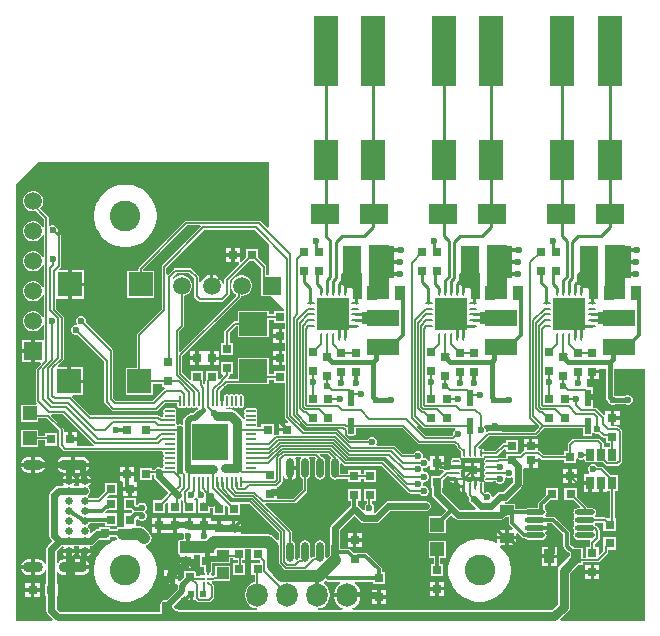
<source format=gtl>
G04*
G04 #@! TF.GenerationSoftware,Altium Limited,Altium Designer,23.7.1 (13)*
G04*
G04 Layer_Physical_Order=1*
G04 Layer_Color=255*
%FSLAX25Y25*%
%MOIN*%
G70*
G04*
G04 #@! TF.SameCoordinates,B06C9E69-D03D-43D7-B58E-4E52A57A25FB*
G04*
G04*
G04 #@! TF.FilePolarity,Positive*
G04*
G01*
G75*
%ADD10C,0.00984*%
%ADD12C,0.02362*%
%ADD13C,0.00787*%
%ADD17C,0.01181*%
%ADD21R,0.03150X0.03150*%
%ADD22R,0.02559X0.04331*%
%ADD23R,0.03150X0.03150*%
%ADD24R,0.03543X0.04724*%
%ADD25O,0.06693X0.01772*%
%ADD26R,0.04724X0.03543*%
%ADD27R,0.04724X0.04724*%
%ADD28O,0.02559X0.06693*%
%ADD29R,0.04016X0.04055*%
%ADD30C,0.00787*%
%ADD31R,0.02480X0.02165*%
%ADD32R,0.02559X0.03150*%
%ADD33R,0.07874X0.07874*%
G04:AMPARAMS|DCode=34|XSize=7.87mil|YSize=33.07mil|CornerRadius=0.98mil|HoleSize=0mil|Usage=FLASHONLY|Rotation=180.000|XOffset=0mil|YOffset=0mil|HoleType=Round|Shape=RoundedRectangle|*
%AMROUNDEDRECTD34*
21,1,0.00787,0.03110,0,0,180.0*
21,1,0.00591,0.03307,0,0,180.0*
1,1,0.00197,-0.00295,0.01555*
1,1,0.00197,0.00295,0.01555*
1,1,0.00197,0.00295,-0.01555*
1,1,0.00197,-0.00295,-0.01555*
%
%ADD34ROUNDEDRECTD34*%
G04:AMPARAMS|DCode=35|XSize=33.07mil|YSize=7.87mil|CornerRadius=0.98mil|HoleSize=0mil|Usage=FLASHONLY|Rotation=180.000|XOffset=0mil|YOffset=0mil|HoleType=Round|Shape=RoundedRectangle|*
%AMROUNDEDRECTD35*
21,1,0.03307,0.00591,0,0,180.0*
21,1,0.03110,0.00787,0,0,180.0*
1,1,0.00197,-0.01555,0.00295*
1,1,0.00197,0.01555,0.00295*
1,1,0.00197,0.01555,-0.00295*
1,1,0.00197,-0.01555,-0.00295*
%
%ADD35ROUNDEDRECTD35*%
%ADD37R,0.09449X0.07874*%
%ADD38R,0.02165X0.05709*%
%ADD39R,0.11024X0.05512*%
G04:AMPARAMS|DCode=40|XSize=9.45mil|YSize=23.62mil|CornerRadius=2.36mil|HoleSize=0mil|Usage=FLASHONLY|Rotation=180.000|XOffset=0mil|YOffset=0mil|HoleType=Round|Shape=RoundedRectangle|*
%AMROUNDEDRECTD40*
21,1,0.00945,0.01890,0,0,180.0*
21,1,0.00472,0.02362,0,0,180.0*
1,1,0.00472,-0.00236,0.00945*
1,1,0.00472,0.00236,0.00945*
1,1,0.00472,0.00236,-0.00945*
1,1,0.00472,-0.00236,-0.00945*
%
%ADD40ROUNDEDRECTD40*%
G04:AMPARAMS|DCode=41|XSize=9.45mil|YSize=23.62mil|CornerRadius=2.36mil|HoleSize=0mil|Usage=FLASHONLY|Rotation=90.000|XOffset=0mil|YOffset=0mil|HoleType=Round|Shape=RoundedRectangle|*
%AMROUNDEDRECTD41*
21,1,0.00945,0.01890,0,0,90.0*
21,1,0.00472,0.02362,0,0,90.0*
1,1,0.00472,0.00945,0.00236*
1,1,0.00472,0.00945,-0.00236*
1,1,0.00472,-0.00945,-0.00236*
1,1,0.00472,-0.00945,0.00236*
%
%ADD41ROUNDEDRECTD41*%
%ADD42R,0.05906X0.11024*%
%ADD43R,0.09449X0.07087*%
%ADD44R,0.07874X0.13780*%
%ADD45R,0.07874X0.23622*%
%ADD81R,0.12205X0.12205*%
%ADD82R,0.10630X0.10630*%
%ADD83C,0.00512*%
%ADD84C,0.01968*%
%ADD85C,0.02126*%
%ADD86C,0.00591*%
%ADD87C,0.03150*%
%ADD88C,0.03937*%
%ADD89C,0.01575*%
%ADD90C,0.03543*%
%ADD91R,0.03937X0.01575*%
%ADD92R,0.11427X0.04035*%
%ADD93R,0.03445X0.04035*%
%ADD94R,0.06791X0.18110*%
%ADD95R,0.05906X0.05906*%
%ADD96C,0.05906*%
%ADD97C,0.02559*%
%ADD98O,0.06693X0.03543*%
%ADD99O,0.09449X0.03543*%
%ADD100O,0.07087X0.07874*%
%ADD101R,0.05906X0.05906*%
%ADD102C,0.01968*%
%ADD103C,0.10236*%
%ADD104C,0.02362*%
G36*
X47835Y114400D02*
X47373Y114209D01*
X45210Y116372D01*
X44969Y116533D01*
X44685Y116589D01*
X20374D01*
X20090Y116533D01*
X19849Y116372D01*
X4593Y101116D01*
X4432Y100875D01*
X4375Y100591D01*
Y99685D01*
X709D01*
Y90866D01*
X9527D01*
Y99685D01*
X5861D01*
Y100283D01*
X20682Y115104D01*
X25059D01*
X25266Y114604D01*
X12369Y101706D01*
X12208Y101465D01*
X12151Y101181D01*
Y86922D01*
X4199Y78970D01*
X4038Y78729D01*
X3982Y78445D01*
Y67402D01*
X315D01*
Y58583D01*
X9134D01*
Y62249D01*
X12323D01*
Y60945D01*
X13023D01*
X13173Y60445D01*
X13058Y60368D01*
X9141Y56451D01*
X-3039D01*
X-4080Y57493D01*
Y73228D01*
X-4137Y73513D01*
X-4298Y73753D01*
X-13191Y82646D01*
X-13110Y82840D01*
Y83498D01*
X-13362Y84106D01*
X-13827Y84571D01*
X-14435Y84823D01*
X-15093D01*
X-15700Y84571D01*
X-16166Y84106D01*
X-16417Y83498D01*
Y82840D01*
X-16182Y82272D01*
X-16253Y82068D01*
X-16412Y81772D01*
X-16766D01*
X-17374Y81520D01*
X-17839Y81055D01*
X-18090Y80447D01*
Y79789D01*
X-17839Y79181D01*
X-17374Y78716D01*
X-16766Y78465D01*
X-16108D01*
X-15914Y78545D01*
X-6943Y69574D01*
Y56004D01*
X-6887Y55720D01*
X-6726Y55479D01*
X-4561Y53313D01*
X-4320Y53153D01*
X-4035Y53096D01*
X10236D01*
X10520Y53153D01*
X10761Y53313D01*
X13142Y55694D01*
X17197D01*
Y54882D01*
X17378Y54445D01*
X17815Y54264D01*
X18406D01*
X18842Y54445D01*
X18953Y54445D01*
X19390Y54264D01*
X19980D01*
X20417Y54445D01*
X20528Y54445D01*
X20965Y54264D01*
X21555D01*
X21992Y54445D01*
X22102Y54445D01*
X22539Y54264D01*
X23130D01*
X23567Y54445D01*
X23677Y54445D01*
X24114Y54264D01*
X24129D01*
X24369Y53801D01*
X24333Y53734D01*
X23851Y53412D01*
X22712Y52273D01*
X21850D01*
X21282Y52160D01*
X20800Y51838D01*
X19717Y50755D01*
X19396Y50273D01*
X19283Y49705D01*
X19283Y49705D01*
Y48886D01*
X18782Y48567D01*
X18459Y48701D01*
X17801D01*
X17496Y48574D01*
X17029Y48711D01*
X16955Y48829D01*
X16832Y49213D01*
X16967Y49635D01*
X16996Y49705D01*
Y50295D01*
X16815Y50732D01*
X16815Y50843D01*
X16996Y51279D01*
Y51870D01*
X16815Y52307D01*
X16815Y52417D01*
X16996Y52854D01*
Y53445D01*
X16815Y53882D01*
X16378Y54063D01*
X13268D01*
X12831Y53882D01*
X12650Y53445D01*
Y52854D01*
X12831Y52417D01*
X12831Y52307D01*
X12650Y51870D01*
Y51279D01*
X12194Y51072D01*
X11933Y51047D01*
X11568Y51411D01*
X11327Y51572D01*
X11043Y51628D01*
X-11602D01*
X-17741Y57768D01*
X-17534Y58268D01*
X-14173D01*
Y62402D01*
X-18898D01*
Y62992D01*
X-19488D01*
Y67716D01*
X-22312D01*
X-22504Y68178D01*
X-20636Y70046D01*
X-20475Y70287D01*
X-20419Y70571D01*
Y84167D01*
X-20475Y84452D01*
X-20636Y84693D01*
X-22978Y87034D01*
Y90551D01*
X-19094D01*
Y95276D01*
Y100000D01*
X-21919D01*
X-22110Y100462D01*
X-21719Y100853D01*
X-21558Y101094D01*
X-21501Y101378D01*
Y111319D01*
X-21558Y111603D01*
X-21719Y111844D01*
X-22639Y112764D01*
X-22559Y112959D01*
Y113616D01*
X-22811Y114224D01*
X-23276Y114689D01*
X-23884Y114941D01*
X-24542D01*
X-25037Y114736D01*
X-25537Y114955D01*
Y117461D01*
X-25594Y117745D01*
X-25754Y117986D01*
X-28352Y120583D01*
X-27968Y120968D01*
X-27517Y121749D01*
X-27283Y122620D01*
Y123522D01*
X-27517Y124393D01*
X-27968Y125174D01*
X-28605Y125812D01*
X-29387Y126263D01*
X-30258Y126496D01*
X-31160D01*
X-32031Y126263D01*
X-32812Y125812D01*
X-33450Y125174D01*
X-33900Y124393D01*
X-34134Y123522D01*
Y122620D01*
X-33900Y121749D01*
X-33450Y120968D01*
X-32812Y120330D01*
X-32031Y119879D01*
X-31160Y119646D01*
X-30258D01*
X-29672Y119803D01*
X-27022Y117153D01*
Y114478D01*
X-27517Y114393D01*
X-27968Y115174D01*
X-28605Y115812D01*
X-29387Y116263D01*
X-30258Y116496D01*
X-31160D01*
X-32031Y116263D01*
X-32812Y115812D01*
X-33450Y115174D01*
X-33900Y114393D01*
X-34134Y113522D01*
Y112620D01*
X-33900Y111749D01*
X-33450Y110968D01*
X-32812Y110330D01*
X-32031Y109879D01*
X-31160Y109646D01*
X-30258D01*
X-29387Y109879D01*
X-28605Y110330D01*
X-27968Y110968D01*
X-27517Y111749D01*
X-27022Y111663D01*
Y104478D01*
X-27517Y104393D01*
X-27968Y105174D01*
X-28605Y105812D01*
X-29387Y106263D01*
X-30258Y106496D01*
X-31160D01*
X-32031Y106263D01*
X-32812Y105812D01*
X-33450Y105174D01*
X-33900Y104393D01*
X-34134Y103522D01*
Y102620D01*
X-33900Y101749D01*
X-33450Y100968D01*
X-32812Y100330D01*
X-32031Y99879D01*
X-31160Y99646D01*
X-30258D01*
X-29387Y99879D01*
X-28605Y100330D01*
X-27968Y100968D01*
X-27517Y101749D01*
X-27022Y101663D01*
Y94478D01*
X-27517Y94393D01*
X-27968Y95174D01*
X-28605Y95812D01*
X-29387Y96263D01*
X-30258Y96496D01*
X-31160D01*
X-32031Y96263D01*
X-32812Y95812D01*
X-33450Y95174D01*
X-33900Y94393D01*
X-34134Y93522D01*
Y92620D01*
X-33900Y91749D01*
X-33450Y90968D01*
X-32812Y90330D01*
X-32031Y89879D01*
X-31160Y89646D01*
X-30258D01*
X-29387Y89879D01*
X-28605Y90330D01*
X-27968Y90968D01*
X-27517Y91749D01*
X-27022Y91663D01*
Y84478D01*
X-27517Y84393D01*
X-27968Y85174D01*
X-28605Y85812D01*
X-29387Y86263D01*
X-30258Y86496D01*
X-31160D01*
X-32031Y86263D01*
X-32812Y85812D01*
X-33450Y85174D01*
X-33900Y84393D01*
X-34134Y83522D01*
Y82620D01*
X-33900Y81749D01*
X-33450Y80968D01*
X-32812Y80330D01*
X-32031Y79879D01*
X-31160Y79646D01*
X-30258D01*
X-29387Y79879D01*
X-28605Y80330D01*
X-27968Y80968D01*
X-27517Y81749D01*
X-27022Y81663D01*
Y76811D01*
X-30118D01*
Y73071D01*
Y69331D01*
X-28337D01*
X-28146Y68869D01*
X-29561Y67454D01*
X-29722Y67213D01*
X-29778Y66929D01*
Y56299D01*
X-29722Y56015D01*
X-29561Y55774D01*
X-29483Y55697D01*
X-29690Y55197D01*
X-34724D01*
Y49528D01*
X-29055D01*
Y50734D01*
X-26095D01*
X-22002Y46641D01*
Y41634D01*
X-21946Y41350D01*
X-21785Y41109D01*
X-20702Y40026D01*
X-20461Y39865D01*
X-20177Y39809D01*
X12331D01*
X12665Y39309D01*
X12650Y39272D01*
Y38681D01*
X12831Y38244D01*
X12831Y38134D01*
X12650Y37697D01*
Y37106D01*
X12678Y37037D01*
X12813Y36614D01*
X12678Y36191D01*
X12650Y36122D01*
Y35531D01*
X12831Y35095D01*
X12831Y34984D01*
X12650Y34547D01*
Y34243D01*
X12342Y34048D01*
X12150Y34017D01*
X12088Y34079D01*
X11935Y34143D01*
X11797Y34235D01*
X11634Y34267D01*
X11480Y34331D01*
X11314D01*
X11152Y34363D01*
X10989Y34331D01*
X10823D01*
X10669Y34267D01*
X10506Y34235D01*
X10368Y34143D01*
X10215Y34079D01*
X10097Y33961D01*
X9959Y33869D01*
X9867Y33731D01*
X9750Y33614D01*
X9728Y33560D01*
X8937D01*
Y34134D01*
X4843D01*
Y30039D01*
X8937D01*
Y31794D01*
X9466D01*
Y31368D01*
X9594Y30723D01*
X9959Y30176D01*
X14433Y25702D01*
X12038Y23307D01*
X9272D01*
Y19213D01*
X13366D01*
Y22137D01*
X13928Y22699D01*
X14390Y22507D01*
Y19213D01*
X17533D01*
X17618Y19196D01*
X17704Y19213D01*
X18484D01*
Y19993D01*
X18501Y20079D01*
X18484Y20164D01*
Y23307D01*
X18484Y23307D01*
X18481Y23419D01*
X18501Y23461D01*
X18597Y23526D01*
X19097Y23260D01*
Y22638D01*
X19164Y22300D01*
X19311Y22081D01*
Y19213D01*
X23405D01*
Y23307D01*
X23112D01*
X22998Y23741D01*
X22996Y23807D01*
X23311Y24122D01*
X23622Y24211D01*
X23933Y24122D01*
X24248Y23807D01*
X24232Y23307D01*
X24232D01*
Y19213D01*
X28327D01*
Y20724D01*
X29154D01*
Y18327D01*
X33248D01*
Y21346D01*
X33710Y21537D01*
X34075Y21172D01*
Y18327D01*
X38169D01*
Y22190D01*
X41326D01*
X51167Y12350D01*
Y10147D01*
X50667Y9939D01*
X49299Y11307D01*
X48492Y11847D01*
X47539Y12036D01*
X38484D01*
Y13484D01*
X36122D01*
Y14075D01*
X35531D01*
Y16437D01*
X33760D01*
Y16437D01*
X33563D01*
Y16437D01*
X31791D01*
Y14075D01*
X30610D01*
Y16437D01*
X29142D01*
X28839Y16437D01*
X28642Y16856D01*
Y17323D01*
X26870D01*
Y14961D01*
X25689D01*
Y17323D01*
X24220D01*
X23917Y17323D01*
X23417Y17323D01*
X21949D01*
Y14961D01*
X20768D01*
Y17323D01*
X19299D01*
X18996Y17323D01*
X18496Y17323D01*
X17028D01*
Y14961D01*
Y12598D01*
X18496D01*
X18799Y12598D01*
X19252Y12598D01*
X19555Y12098D01*
X19410Y11746D01*
Y11088D01*
X19547Y10756D01*
X19233Y10255D01*
X18199D01*
X17837Y10106D01*
X17687Y9744D01*
Y5709D01*
X17837Y5347D01*
X18199Y5197D01*
X18209D01*
Y3642D01*
X20571D01*
X22933D01*
Y5197D01*
X24364D01*
X24823Y5098D01*
Y1004D01*
X26308D01*
Y38D01*
X26115Y-197D01*
X25946D01*
X25512Y-377D01*
X25180Y-709D01*
X25000Y-1143D01*
Y-1613D01*
X24826Y-1873D01*
X23701D01*
Y-315D01*
X19606D01*
Y-2309D01*
X18216Y-3699D01*
X17717Y-3492D01*
Y-2953D01*
X15945D01*
Y-4724D01*
X17097D01*
X17414Y-5111D01*
X17412Y-5118D01*
X17412Y-5118D01*
Y-6373D01*
X13862Y-9923D01*
X13715Y-9862D01*
X13549D01*
X13386Y-9830D01*
X13223Y-9862D01*
X13057D01*
X12903Y-9926D01*
X12741Y-9958D01*
X12603Y-10050D01*
X12449Y-10114D01*
X12332Y-10231D01*
X12194Y-10324D01*
X12101Y-10462D01*
X11984Y-10579D01*
X11920Y-10733D01*
X11828Y-10871D01*
X11796Y-11033D01*
X11732Y-11187D01*
Y-11353D01*
X11700Y-11516D01*
Y-13983D01*
X-21723D01*
X-22920Y-12786D01*
Y-8543D01*
X-22559D01*
Y-4449D01*
X-22920D01*
Y-598D01*
X-22420Y-428D01*
X-22179Y-742D01*
X-21645Y-1153D01*
X-21022Y-1410D01*
X-20354Y-1498D01*
X-17992D01*
Y1083D01*
Y3664D01*
X-20354D01*
X-21022Y3576D01*
X-21645Y3318D01*
X-22179Y2908D01*
X-22420Y2594D01*
X-22920Y2764D01*
Y6365D01*
X-21198Y8087D01*
X-20762Y8044D01*
X-20583Y7596D01*
X-20610Y7568D01*
X-20851Y6988D01*
X-18858D01*
X-16866D01*
X-17106Y7568D01*
X-17134Y7596D01*
X-16942Y8058D01*
X-15459D01*
X-15268Y7596D01*
X-15296Y7569D01*
X-15536Y6988D01*
X-13543D01*
X-11551D01*
X-11791Y7569D01*
X-11857Y7634D01*
X-11665Y8096D01*
X-11576D01*
X-10931Y8224D01*
X-10384Y8590D01*
X-9018Y9956D01*
X-8642Y10256D01*
X-5138D01*
Y11004D01*
X-3146D01*
X-2863Y10700D01*
X-2896Y10130D01*
X-3113Y9958D01*
X-4005Y9669D01*
X-5468Y8923D01*
X-6797Y7958D01*
X-7958Y6797D01*
X-8923Y5468D01*
X-9669Y4005D01*
X-10176Y2443D01*
X-10433Y821D01*
Y-821D01*
X-10176Y-2443D01*
X-9669Y-4005D01*
X-8923Y-5468D01*
X-7958Y-6797D01*
X-6797Y-7958D01*
X-5468Y-8923D01*
X-4005Y-9669D01*
X-2443Y-10176D01*
X-821Y-10433D01*
X821D01*
X2443Y-10176D01*
X4005Y-9669D01*
X5468Y-8923D01*
X6797Y-7958D01*
X7958Y-6797D01*
X8923Y-5468D01*
X9669Y-4005D01*
X10176Y-2443D01*
X10433Y-821D01*
Y821D01*
X10176Y2443D01*
X9669Y4005D01*
X8923Y5468D01*
X7958Y6797D01*
X6822Y7932D01*
X6824Y8051D01*
X6947Y8467D01*
X7252Y8528D01*
X8059Y9067D01*
X8598Y9874D01*
X8788Y10827D01*
X8598Y11779D01*
X8059Y12587D01*
X6681Y13964D01*
X5874Y14504D01*
X4921Y14694D01*
X4044D01*
X3622Y14882D01*
X3622Y15193D01*
Y16920D01*
X3962Y17052D01*
X4122Y17067D01*
X4553Y16635D01*
X5161Y16384D01*
X5819D01*
X6427Y16635D01*
X6892Y17101D01*
X7144Y17708D01*
Y18366D01*
X6892Y18974D01*
X6715Y19151D01*
X6457Y19478D01*
X6715Y19805D01*
X6892Y19982D01*
X7144Y20590D01*
Y21247D01*
X6892Y21855D01*
X6427Y22320D01*
X5819Y22572D01*
X5161D01*
X4553Y22320D01*
X4122Y21889D01*
X3962Y21904D01*
X3622Y22036D01*
Y24094D01*
X-472D01*
Y20000D01*
X2089D01*
X2264Y19825D01*
X2297Y19756D01*
X2297Y19390D01*
X1898Y18976D01*
X-472D01*
Y14993D01*
X-472Y14882D01*
X-740Y14493D01*
X-984D01*
X-1700Y14350D01*
X-2736D01*
Y13622D01*
X-2750Y13602D01*
X-5138D01*
Y14350D01*
X-8642D01*
Y13694D01*
X-9350D01*
X-9996Y13566D01*
X-10543Y13200D01*
X-11427Y12316D01*
X-11851Y12599D01*
X-11791Y12742D01*
Y13439D01*
X-12058Y14083D01*
X-12434Y14459D01*
X-12506Y14764D01*
X-12434Y15069D01*
X-12058Y15445D01*
X-11892Y15845D01*
X-6772D01*
Y14882D01*
X-2677D01*
Y18976D01*
X-6441D01*
X-6648Y19476D01*
X-6146Y19979D01*
X-5709D01*
X-5604Y20000D01*
X-2677D01*
Y24094D01*
X-5795D01*
X-5986Y24556D01*
X-5523Y25020D01*
X-2677D01*
Y29114D01*
X-6772D01*
Y26269D01*
X-9027Y24013D01*
X-12013D01*
X-12058Y24122D01*
X-12434Y24498D01*
X-12506Y24803D01*
X-12434Y25108D01*
X-12058Y25484D01*
X-11791Y26128D01*
Y26825D01*
X-12058Y27469D01*
X-12193Y27604D01*
X-12372Y28071D01*
X-12190Y28253D01*
X-11791Y28652D01*
X-11551Y29232D01*
X-13543D01*
X-15536D01*
X-15296Y28652D01*
X-15268Y28624D01*
X-15459Y28162D01*
X-16942D01*
X-17134Y28624D01*
X-17106Y28652D01*
X-16866Y29232D01*
X-18858D01*
X-20851D01*
X-20610Y28652D01*
X-20583Y28624D01*
X-20774Y28162D01*
X-22238D01*
X-22884Y28034D01*
X-23430Y27668D01*
X-24814Y26285D01*
X-25180Y25738D01*
X-25308Y25093D01*
Y11516D01*
X-25180Y10871D01*
X-24814Y10324D01*
X-24272Y9782D01*
X-25798Y8256D01*
X-26164Y7709D01*
X-26292Y7063D01*
Y2216D01*
X-26792Y2117D01*
X-26899Y2373D01*
X-27309Y2908D01*
X-27843Y3318D01*
X-28466Y3576D01*
X-29134Y3664D01*
X-30118D01*
Y1083D01*
Y-1498D01*
X-29134D01*
X-28466Y-1410D01*
X-27843Y-1153D01*
X-27309Y-742D01*
X-26899Y-208D01*
X-26792Y49D01*
X-26292Y-51D01*
Y-4449D01*
X-26654D01*
Y-8543D01*
X-26292D01*
Y-13484D01*
X-26164Y-14129D01*
X-25798Y-14676D01*
X-24103Y-16372D01*
X-24295Y-16833D01*
X-36518D01*
X-36518Y128768D01*
X-29162Y136125D01*
X47835D01*
Y114400D01*
D02*
G37*
G36*
Y108891D02*
Y98307D01*
X47064D01*
Y101063D01*
X46997Y101401D01*
X46806Y101687D01*
X44173Y104320D01*
Y107165D01*
X40079D01*
Y104320D01*
X38689Y102930D01*
X38189Y103137D01*
Y104528D01*
X36417D01*
Y102756D01*
X37808D01*
X38015Y102256D01*
X33234Y97475D01*
X33042Y97188D01*
X32975Y96850D01*
Y95387D01*
X32480Y95374D01*
X32225Y96325D01*
X31733Y97178D01*
X31037Y97875D01*
X30184Y98367D01*
X29331Y98596D01*
Y94882D01*
X28150D01*
Y98596D01*
X27297Y98367D01*
X26444Y97875D01*
X25747Y97178D01*
X25255Y96325D01*
X25202Y96128D01*
X24702Y96194D01*
Y97638D01*
X24635Y97976D01*
X24443Y98262D01*
X22180Y100526D01*
X21893Y100717D01*
X21555Y100785D01*
X16732D01*
X16394Y100717D01*
X16108Y100526D01*
X14136Y98554D01*
X13636Y98762D01*
Y100873D01*
X26292Y113529D01*
X43196D01*
X47835Y108891D01*
D02*
G37*
G36*
X157571Y99012D02*
Y99012D01*
Y90449D01*
X154520D01*
Y93697D01*
X152327Y95890D01*
X150512D01*
Y98646D01*
Y98646D01*
X151272Y99405D01*
X157177D01*
X157571Y99012D01*
D02*
G37*
G36*
X78831Y99012D02*
Y90449D01*
X75779D01*
Y93697D01*
X73587Y95890D01*
X71772D01*
Y98646D01*
X72531Y99405D01*
X78437D01*
X78831Y99012D01*
D02*
G37*
G36*
X118201D02*
Y90449D01*
Y90449D01*
X115150D01*
Y90449D01*
Y93697D01*
X112957Y95890D01*
X111142D01*
Y95890D01*
Y98646D01*
Y98646D01*
X111902Y99405D01*
X117807D01*
X118201Y99012D01*
D02*
G37*
G36*
X45298Y100697D02*
Y97441D01*
X45315Y97356D01*
Y91457D01*
X48602D01*
X53063Y86996D01*
X52856Y86496D01*
X49626D01*
Y85332D01*
X47815D01*
Y86594D01*
X37421D01*
Y83068D01*
X36516D01*
X36178Y83001D01*
X35891Y82810D01*
X33234Y80152D01*
X33042Y79865D01*
X32975Y79528D01*
Y75768D01*
X31811D01*
Y71673D01*
X35906D01*
Y75768D01*
X34741D01*
Y79162D01*
X36882Y81302D01*
X37421D01*
Y77776D01*
X47815D01*
Y83566D01*
X49626D01*
Y82402D01*
X53293D01*
Y80512D01*
X52264D01*
Y78150D01*
Y75787D01*
X53293D01*
Y73130D01*
X52264D01*
Y70768D01*
Y68405D01*
X53293D01*
Y66516D01*
X49626D01*
Y65352D01*
X47815D01*
Y70846D01*
X37421D01*
Y63777D01*
X34478D01*
X34287Y64239D01*
X34483Y64435D01*
X34674Y64721D01*
X34741Y65059D01*
Y65374D01*
X35906D01*
Y69468D01*
X31811D01*
Y65374D01*
X32271D01*
X32462Y64912D01*
X31462Y63912D01*
X31386Y63798D01*
X31319Y63784D01*
X30886Y64061D01*
Y66417D01*
X26791D01*
Y63501D01*
X26743Y63428D01*
X26676Y63091D01*
Y62351D01*
X26176Y62100D01*
X25982Y62244D01*
Y63189D01*
X25965Y63274D01*
Y66417D01*
X21870D01*
Y63692D01*
X21408Y63500D01*
X19050Y65859D01*
Y71346D01*
X38340Y90636D01*
X38501Y90877D01*
X38558Y91161D01*
Y91457D01*
X39191D01*
X40062Y91690D01*
X40843Y92141D01*
X41481Y92779D01*
X41932Y93560D01*
X42165Y94431D01*
Y95333D01*
X41932Y96204D01*
X41481Y96985D01*
X40843Y97623D01*
X40062Y98074D01*
X39191Y98307D01*
X38289D01*
X37418Y98074D01*
X36637Y97623D01*
X35999Y96985D01*
X35548Y96204D01*
X35315Y95333D01*
Y94431D01*
X35548Y93560D01*
X35999Y92779D01*
X36637Y92141D01*
X36992Y91936D01*
X37032Y91429D01*
X18330Y72727D01*
X17869Y72918D01*
Y79515D01*
X19324Y80971D01*
X19485Y81212D01*
X19542Y81496D01*
Y91551D01*
X20062Y91690D01*
X20843Y92141D01*
X21481Y92779D01*
X21932Y93560D01*
X22165Y94431D01*
Y95333D01*
X21932Y96204D01*
X21481Y96985D01*
X20843Y97623D01*
X20062Y98074D01*
X19191Y98307D01*
X18289D01*
X17418Y98074D01*
X16637Y97623D01*
X16165Y97151D01*
X15630Y97301D01*
X15593Y97513D01*
X17098Y99019D01*
X21189D01*
X22936Y97272D01*
Y91535D01*
X23003Y91198D01*
X23194Y90911D01*
X24277Y89828D01*
X24564Y89637D01*
X24902Y89570D01*
X32087D01*
X32425Y89637D01*
X32711Y89828D01*
X34483Y91600D01*
X34674Y91887D01*
X34741Y92224D01*
Y96485D01*
X41328Y103071D01*
X42924D01*
X45298Y100697D01*
D02*
G37*
G36*
X173133Y37106D02*
D01*
X173133Y-16833D01*
X145093D01*
X144886Y-16333D01*
X147637Y-13582D01*
X148090Y-12905D01*
X148249Y-12106D01*
Y-1061D01*
X151102Y1791D01*
X152638D01*
Y2761D01*
X157585D01*
X157869Y2818D01*
X158110Y2979D01*
X160624Y5492D01*
X160784Y5733D01*
X160841Y6017D01*
Y6910D01*
X163465D01*
Y11004D01*
X159370D01*
Y7710D01*
X159356Y7638D01*
Y6325D01*
X158218Y5187D01*
X157756Y5378D01*
Y7854D01*
X156592D01*
Y8865D01*
X157987Y10260D01*
X158178Y10547D01*
X158245Y10885D01*
Y13127D01*
X158178Y13465D01*
X157987Y13752D01*
X157129Y14609D01*
X156843Y14801D01*
X156822Y14805D01*
X156589Y15153D01*
X156589Y15753D01*
X156654Y15849D01*
X159370D01*
Y13209D01*
X163465D01*
Y17303D01*
X163285D01*
Y26496D01*
X164154D01*
Y31772D01*
X161700D01*
X159186Y34285D01*
X158946Y34446D01*
X158661Y34502D01*
X157289D01*
X157209Y34696D01*
X156744Y35162D01*
X156136Y35413D01*
X155478D01*
X154870Y35162D01*
X154405Y34696D01*
X154154Y34089D01*
Y33431D01*
X154405Y32823D01*
X154642Y32587D01*
X154435Y32087D01*
X152854D01*
Y29724D01*
X154921D01*
Y29134D01*
X155512D01*
Y26181D01*
X156595D01*
Y26181D01*
X158071D01*
Y29134D01*
X159252D01*
Y26181D01*
X160728D01*
Y26496D01*
X161519D01*
Y17303D01*
X160619D01*
X160565Y17357D01*
X160279Y17548D01*
X159941Y17615D01*
X156654D01*
X156589Y17711D01*
X156589Y18312D01*
X156890Y18761D01*
X156995Y19291D01*
X156890Y19821D01*
X156589Y20271D01*
X156140Y20571D01*
X155610Y20676D01*
X153891D01*
X153836Y20954D01*
X153675Y21194D01*
X150472Y24397D01*
Y27441D01*
X146378D01*
Y23347D01*
X149422D01*
X151631Y21138D01*
X151439Y20676D01*
X150689D01*
X150159Y20571D01*
X149710Y20271D01*
X149410Y19821D01*
X149304Y19291D01*
X149410Y18761D01*
X149710Y18312D01*
X149710Y17711D01*
X149410Y17262D01*
X149304Y16732D01*
X149410Y16202D01*
X149710Y15753D01*
X149710Y15152D01*
X149410Y14703D01*
X149304Y14173D01*
X149410Y13643D01*
X149710Y13194D01*
Y12593D01*
X149410Y12144D01*
X149304Y11614D01*
X149410Y11084D01*
X149710Y10635D01*
X150159Y10335D01*
X150689Y10229D01*
X154812D01*
X155000Y9729D01*
X154893Y9569D01*
X154826Y9231D01*
Y7854D01*
X153661D01*
Y4247D01*
X152638D01*
Y7461D01*
X149682D01*
X149141Y8002D01*
X148789Y8237D01*
X148443Y8306D01*
X148230Y8520D01*
Y12303D01*
X148147Y12718D01*
X147912Y13070D01*
X147912Y13070D01*
X143483Y17499D01*
X143131Y17734D01*
X142717Y17816D01*
X140212D01*
X140054Y18312D01*
X140354Y18761D01*
X140460Y19291D01*
X140354Y19821D01*
X140054Y20271D01*
X139765Y20464D01*
Y21500D01*
X141612Y23347D01*
X144173D01*
Y27441D01*
X140079D01*
Y24879D01*
X137915Y22715D01*
X137680Y22364D01*
X137597Y21949D01*
Y20676D01*
X134154D01*
X133624Y20571D01*
X133331Y20375D01*
X130000D01*
Y22224D01*
X126548D01*
X126545Y22724D01*
X127191Y22852D01*
X127737Y23217D01*
X131999Y27479D01*
X132365Y28026D01*
X132493Y28671D01*
Y33869D01*
X132776Y34252D01*
X134547D01*
Y36614D01*
X135138D01*
Y37205D01*
X137500D01*
Y37369D01*
X137962Y37561D01*
X138450Y37072D01*
X138737Y36881D01*
X139075Y36814D01*
X146280D01*
Y35650D01*
X150374D01*
Y37132D01*
X150874Y37339D01*
X151032Y37181D01*
X151640Y36929D01*
X152297D01*
X152669Y37083D01*
X153169Y36792D01*
Y35945D01*
X156673D01*
Y35945D01*
X156910D01*
Y35945D01*
X159306D01*
X160155Y35096D01*
X160409Y34926D01*
X160709Y34867D01*
X163999D01*
X164299Y34926D01*
X164553Y35096D01*
X165416Y35959D01*
X165585Y36213D01*
X165645Y36513D01*
Y37106D01*
Y46361D01*
X165585Y46661D01*
X165416Y46915D01*
X164620Y47710D01*
X164366Y47880D01*
X164067Y47940D01*
X161705D01*
X161649Y48024D01*
X161811Y48326D01*
Y50886D01*
Y53248D01*
X160039D01*
Y51912D01*
X159539Y51705D01*
X157246Y53998D01*
X156992Y54168D01*
X156693Y54228D01*
X155996D01*
Y56886D01*
X154126D01*
Y58067D01*
X155996D01*
Y61118D01*
X153937D01*
Y63866D01*
X155008D01*
Y66228D01*
X155598D01*
Y66819D01*
X157961D01*
Y67224D01*
X160231D01*
Y57615D01*
X160329Y57124D01*
X160607Y56707D01*
X160785Y56530D01*
Y56364D01*
X161036Y55756D01*
X161502Y55291D01*
X162109Y55039D01*
X162767D01*
X163375Y55291D01*
X163492Y55408D01*
X166367D01*
X166485Y55291D01*
X167092Y55039D01*
X167750D01*
X168358Y55291D01*
X168823Y55756D01*
X169075Y56364D01*
Y57022D01*
X168823Y57630D01*
X168358Y58095D01*
X167750Y58346D01*
X167092D01*
X166485Y58095D01*
X166367Y57977D01*
X163492D01*
X163375Y58095D01*
X162800Y58333D01*
Y67224D01*
X173133D01*
Y37106D01*
D02*
G37*
G36*
X49626Y62421D02*
X53293D01*
Y50983D01*
X53349Y50699D01*
X53510Y50458D01*
X54275Y49693D01*
X54084Y49231D01*
X51384D01*
Y47459D01*
X53747D01*
Y46278D01*
X51384D01*
Y45231D01*
X50295D01*
X50011Y45174D01*
X49995Y45163D01*
X49495Y45430D01*
Y48916D01*
X45400D01*
Y47734D01*
X44308D01*
X44043Y48130D01*
Y48720D01*
X44014Y48790D01*
X43880Y49213D01*
X44014Y49635D01*
X44043Y49705D01*
Y50295D01*
X43862Y50732D01*
X43862Y50843D01*
X44043Y51279D01*
Y51870D01*
X44014Y51939D01*
X43880Y52362D01*
X44014Y52785D01*
X44043Y52854D01*
Y53445D01*
X43862Y53882D01*
X43425Y54063D01*
X40315D01*
X39878Y53882D01*
X39697Y53445D01*
Y52854D01*
X39878Y52417D01*
X39878Y52307D01*
X39697Y51870D01*
Y51279D01*
X39878Y50843D01*
X39878Y50732D01*
X39729Y50371D01*
X39411Y50318D01*
X39213Y50334D01*
X38779Y50984D01*
X36712Y53051D01*
X36035Y53503D01*
X35236Y53662D01*
X33669D01*
X33461Y54162D01*
X33563Y54264D01*
X34154D01*
X34590Y54445D01*
X34701Y54445D01*
X35138Y54264D01*
X35728D01*
X36165Y54445D01*
X36276Y54445D01*
X36713Y54264D01*
X37303D01*
X37740Y54445D01*
X37850Y54445D01*
X38287Y54264D01*
X38878D01*
X39315Y54445D01*
X39496Y54882D01*
Y57992D01*
X39315Y58429D01*
X38878Y58610D01*
X38287D01*
X37850Y58429D01*
X37740Y58429D01*
X37303Y58610D01*
X36713D01*
X36276Y58429D01*
X36165Y58429D01*
X35728Y58610D01*
X35138D01*
X34701Y58429D01*
X34590Y58429D01*
X34154Y58610D01*
X33563D01*
X33303Y58502D01*
X33217Y58631D01*
X32924Y58827D01*
X32874Y58837D01*
Y56437D01*
X31693D01*
Y59216D01*
X31592Y59326D01*
Y59718D01*
X33884Y62011D01*
X39469D01*
X39554Y62028D01*
X47815D01*
Y63585D01*
X49626D01*
Y62421D01*
D02*
G37*
G36*
X138035Y47849D02*
X136500Y46314D01*
X121063D01*
X120779Y46257D01*
X120619Y46150D01*
X120361Y46248D01*
X120158Y46423D01*
Y46982D01*
X119906Y47590D01*
X119689Y47807D01*
X119896Y48307D01*
X137786D01*
X138035Y47849D01*
D02*
G37*
G36*
X99365Y47506D02*
X99606Y47345D01*
X99890Y47289D01*
X106986D01*
X107006Y47285D01*
X109911D01*
X110011Y46785D01*
X109989Y46776D01*
X109523Y46311D01*
X109272Y45703D01*
Y45086D01*
X109082Y44896D01*
X100249D01*
X97300Y47845D01*
X97491Y48307D01*
X98564D01*
X99365Y47506D01*
D02*
G37*
G36*
X-10466Y41798D02*
X-10460Y41794D01*
X-10612Y41294D01*
X-16142D01*
Y43012D01*
X-18504D01*
Y43602D01*
X-19094D01*
Y45965D01*
X-20517D01*
Y46949D01*
X-20574Y47233D01*
X-20735Y47474D01*
X-24774Y51513D01*
X-24567Y52013D01*
X-20682D01*
X-10466Y41798D01*
D02*
G37*
G36*
X97506Y42388D02*
X97747Y42227D01*
X98032Y42171D01*
X109732D01*
X110566Y41336D01*
Y41171D01*
X110623Y40887D01*
X110784Y40646D01*
X111837Y39594D01*
Y38032D01*
X111891Y37755D01*
X112048Y37521D01*
X112283Y37364D01*
X112559Y37309D01*
X113031D01*
X113308Y37364D01*
X113542Y37521D01*
X114017D01*
X114251Y37364D01*
X114528Y37309D01*
X115000D01*
X115277Y37364D01*
X115511Y37521D01*
X115985D01*
X116220Y37364D01*
X116496Y37309D01*
X116969D01*
X117245Y37364D01*
X117392Y37462D01*
X117479Y37521D01*
X117954D01*
X118042Y37462D01*
X118188Y37364D01*
X118465Y37309D01*
X118937D01*
X119213Y37364D01*
X119448Y37521D01*
X119605Y37755D01*
X119659Y38032D01*
Y38093D01*
X123721D01*
X124058Y38160D01*
X124345Y38352D01*
X126291Y40298D01*
X126791Y40091D01*
Y39488D01*
X130886D01*
Y43583D01*
X126791D01*
Y42419D01*
X126279D01*
X125942Y42351D01*
X125655Y42160D01*
X123355Y39860D01*
X119659D01*
Y39921D01*
X119605Y40198D01*
X119448Y40432D01*
X119213Y40589D01*
X118937Y40644D01*
X118465D01*
X118188Y40589D01*
X117663Y40811D01*
X117624Y41082D01*
X121371Y44828D01*
X136807D01*
X137091Y44885D01*
X137332Y45046D01*
X139571Y47285D01*
X152571D01*
Y44898D01*
X155681D01*
Y45702D01*
X156181Y45910D01*
X156347Y45744D01*
X156955Y45492D01*
X157612D01*
X157806Y45573D01*
X158924Y44455D01*
X159165Y44294D01*
X159449Y44238D01*
X160354D01*
Y42539D01*
X161659D01*
Y41221D01*
X160650D01*
X160650Y41221D01*
X160413D01*
Y41221D01*
X160150Y41221D01*
X159545D01*
Y42028D01*
X159477Y42366D01*
X159286Y42652D01*
X158302Y43636D01*
X158015Y43828D01*
X157677Y43895D01*
X149409D01*
X149072Y43828D01*
X148785Y43636D01*
X147702Y42554D01*
X147511Y42267D01*
X147444Y41929D01*
Y39744D01*
X146280D01*
Y38580D01*
X139441D01*
X138341Y39680D01*
X138055Y39871D01*
X137716Y39938D01*
X137500D01*
Y40945D01*
X135138D01*
X132776D01*
Y39810D01*
X132580Y39680D01*
X131579Y38678D01*
X130020D01*
X129934Y38661D01*
X126791D01*
Y37497D01*
X124270D01*
X123932Y37430D01*
X123738Y37300D01*
X122512D01*
X122481Y37321D01*
X122205Y37376D01*
X120315D01*
X120038Y37321D01*
X119804Y37164D01*
X119647Y36930D01*
X119592Y36654D01*
Y36181D01*
X119647Y35905D01*
X119804Y35670D01*
Y35196D01*
X119647Y34962D01*
X119592Y34685D01*
Y34213D01*
X119647Y33936D01*
X119804Y33702D01*
Y33227D01*
X119647Y32993D01*
X119592Y32717D01*
Y32244D01*
X119647Y31968D01*
X119804Y31733D01*
Y31259D01*
X119647Y31025D01*
X119592Y30748D01*
Y30276D01*
X119647Y29999D01*
X119804Y29765D01*
X120038Y29608D01*
X120315Y29553D01*
X122205D01*
X122481Y29608D01*
X122716Y29765D01*
X122719Y29769D01*
X123518D01*
X123598Y29575D01*
X124063Y29110D01*
X124671Y28858D01*
X125329D01*
X125937Y29110D01*
X126402Y29575D01*
X126654Y30183D01*
Y30688D01*
X126655Y30691D01*
X127025Y30966D01*
X127115Y30997D01*
X127525Y30827D01*
X128183D01*
X128621Y31008D01*
X129121Y30755D01*
Y29370D01*
X125847Y26095D01*
X125000D01*
X124355Y25967D01*
X123808Y25602D01*
X122626Y24420D01*
X122126Y24620D01*
X121874Y25228D01*
X121409Y25693D01*
X120801Y25945D01*
X120143D01*
X119894Y25841D01*
X119668Y26068D01*
X119448Y26497D01*
X119605Y26731D01*
X119659Y27008D01*
Y28898D01*
X119605Y29174D01*
X119448Y29409D01*
X119213Y29565D01*
X118937Y29620D01*
X118465D01*
X118188Y29565D01*
X117707Y29636D01*
X117368Y29862D01*
X117323Y29871D01*
Y27953D01*
X116142D01*
Y29871D01*
X116097Y29862D01*
X115758Y29636D01*
X115277Y29565D01*
X115000Y29620D01*
X114528D01*
X114251Y29565D01*
X113769Y29636D01*
X113431Y29862D01*
X113031Y29941D01*
X112668D01*
X112415Y30132D01*
X112225Y30385D01*
Y30748D01*
X112145Y31147D01*
X111919Y31486D01*
X111849Y31968D01*
X111904Y32244D01*
Y32717D01*
X111849Y32993D01*
X111919Y33475D01*
X112145Y33813D01*
X112154Y33858D01*
X110236D01*
X108316D01*
X108299Y33772D01*
X108026Y33363D01*
X107087D01*
X106799Y33306D01*
X106707Y33325D01*
X106299Y33597D01*
Y35039D01*
X104528D01*
Y33268D01*
X105918D01*
X106125Y32768D01*
X104735Y31378D01*
X101890D01*
Y27283D01*
X102251D01*
Y25394D01*
X102379Y24748D01*
X102745Y24202D01*
X107047Y19899D01*
X105239Y18090D01*
X101102D01*
Y12421D01*
X106772D01*
Y16558D01*
X108580Y18366D01*
X109635Y17312D01*
X110182Y16946D01*
X110827Y16818D01*
X125099D01*
X125744Y16946D01*
X126291Y17312D01*
X126709Y17731D01*
X126738Y17736D01*
X127853D01*
Y15748D01*
X127936Y15333D01*
X128171Y14982D01*
X129206Y13946D01*
X129015Y13484D01*
X127756D01*
Y11516D01*
X130315D01*
Y12184D01*
X130777Y12375D01*
X132192Y10961D01*
X132543Y10726D01*
X132958Y10643D01*
X133169D01*
X133174Y10635D01*
X133624Y10335D01*
X134154Y10229D01*
X139075D01*
X139605Y10335D01*
X140054Y10635D01*
X140354Y11084D01*
X140460Y11614D01*
X140354Y12144D01*
X140054Y12593D01*
X140316Y13020D01*
X140651Y13520D01*
X140663Y13583D01*
X136614D01*
Y14764D01*
X140663D01*
X140651Y14826D01*
X140436Y15148D01*
X140703Y15648D01*
X142268D01*
X146062Y11854D01*
Y8071D01*
X146144Y7656D01*
X146379Y7305D01*
X147214Y6469D01*
X147566Y6234D01*
X147912Y6166D01*
X148150Y5928D01*
Y4743D01*
X144685Y1279D01*
X144233Y602D01*
X144074Y-197D01*
Y-11242D01*
X142128Y-13188D01*
X75750D01*
X75650Y-12688D01*
X76239Y-12444D01*
X77144Y-11750D01*
X77838Y-10846D01*
X78274Y-9792D01*
X78397Y-8858D01*
X74055D01*
X69713D01*
X69836Y-9792D01*
X70272Y-10846D01*
X70966Y-11750D01*
X71871Y-12444D01*
X72460Y-12688D01*
X72361Y-13188D01*
X64267D01*
X64234Y-12688D01*
X65103Y-12574D01*
X66080Y-12169D01*
X66919Y-11525D01*
X67563Y-10687D01*
X67967Y-9710D01*
X68106Y-8661D01*
Y-7874D01*
X67967Y-6826D01*
X67563Y-5849D01*
X66919Y-5010D01*
X66161Y-4428D01*
X66072Y-3886D01*
X66425Y-3650D01*
X66651Y-3424D01*
X66950D01*
X67302Y-3659D01*
X67716Y-3741D01*
X67717Y-3741D01*
X71506D01*
X71675Y-4241D01*
X70966Y-4785D01*
X70272Y-5690D01*
X69836Y-6743D01*
X69713Y-7677D01*
X74055D01*
X78397D01*
X78274Y-6743D01*
X77838Y-5690D01*
X77144Y-4785D01*
X76435Y-4241D01*
X76605Y-3741D01*
X82500D01*
Y-4705D01*
X86594D01*
Y-610D01*
X85631D01*
Y271D01*
X85549Y686D01*
X85314Y1037D01*
X80762Y5589D01*
X80410Y5824D01*
X79995Y5907D01*
X77461D01*
X77356Y5886D01*
X75962D01*
X75077Y6770D01*
X74726Y7005D01*
X74311Y7088D01*
X71688D01*
Y8169D01*
X71666Y8278D01*
Y13475D01*
X76378Y18187D01*
X78434Y16131D01*
X78981Y15765D01*
X79626Y15637D01*
X83661D01*
X84307Y15765D01*
X84854Y16131D01*
X88395Y19672D01*
X100098D01*
X100261Y19705D01*
X100427D01*
X100581Y19768D01*
X100744Y19801D01*
X100882Y19893D01*
X101035Y19956D01*
X101153Y20074D01*
X101291Y20166D01*
X101383Y20304D01*
X101500Y20422D01*
X101564Y20575D01*
X101656Y20713D01*
X101688Y20876D01*
X101752Y21029D01*
Y21195D01*
X101784Y21358D01*
X101752Y21521D01*
Y21687D01*
X101688Y21841D01*
X101656Y22004D01*
X101564Y22141D01*
X101500Y22295D01*
X101383Y22412D01*
X101291Y22550D01*
X101153Y22643D01*
X101035Y22760D01*
X100882Y22824D01*
X100744Y22916D01*
X100581Y22948D01*
X100427Y23012D01*
X100261D01*
X100098Y23044D01*
X87697D01*
X87052Y22916D01*
X86505Y22550D01*
X83218Y19264D01*
X83068Y19294D01*
X82979Y19439D01*
X82847Y19848D01*
X83051Y20340D01*
Y20998D01*
X82799Y21606D01*
X82334Y22071D01*
X82140Y22151D01*
Y23150D01*
X83543D01*
Y27244D01*
X79449D01*
Y23150D01*
X80655D01*
Y22151D01*
X80461Y22071D01*
X79996Y21606D01*
X79744Y20998D01*
Y20340D01*
X79775Y20265D01*
X79352Y19982D01*
X77570Y21763D01*
X77462Y21835D01*
Y23150D01*
X78425D01*
Y27244D01*
X74331D01*
Y23150D01*
X75294D01*
Y21835D01*
X75186Y21763D01*
X68788Y15365D01*
X68423Y14818D01*
X68294Y14173D01*
Y8917D01*
X68251Y8853D01*
X68115Y8169D01*
Y5080D01*
X67188Y4152D01*
X66688Y4360D01*
Y8169D01*
X66552Y8853D01*
X66165Y9432D01*
X65585Y9820D01*
X64902Y9956D01*
X64218Y9820D01*
X63639Y9432D01*
X63251Y8853D01*
X63115Y8169D01*
Y4498D01*
X62854D01*
X62570Y4441D01*
X62329Y4280D01*
X62188Y4139D01*
X61688Y4346D01*
Y8169D01*
X61552Y8853D01*
X61165Y9432D01*
X60585Y9820D01*
X59902Y9956D01*
X59218Y9820D01*
X58639Y9432D01*
X58251Y8853D01*
X58115Y8169D01*
Y4035D01*
X57648Y3936D01*
X57407Y3775D01*
X57081Y3449D01*
X56620Y3695D01*
X56688Y4035D01*
Y8169D01*
X56552Y8853D01*
X56165Y9432D01*
X55644Y9780D01*
Y12604D01*
X55588Y12888D01*
X55427Y13129D01*
X46729Y21827D01*
X46920Y22289D01*
X56299D01*
X56583Y22345D01*
X56824Y22506D01*
X60427Y26109D01*
X60588Y26350D01*
X60644Y26634D01*
Y30377D01*
X61165Y30725D01*
X61552Y31305D01*
X61688Y31988D01*
Y36122D01*
X61552Y36806D01*
X61195Y37340D01*
X61247Y37555D01*
X61384Y37840D01*
X63275D01*
X63647Y37468D01*
X63639Y37385D01*
X63251Y36806D01*
X63115Y36122D01*
Y31988D01*
X63251Y31305D01*
X63639Y30725D01*
X64218Y30338D01*
X64902Y30202D01*
X65585Y30338D01*
X66165Y30725D01*
X66552Y31305D01*
X66688Y31988D01*
Y36122D01*
X66552Y36806D01*
X66165Y37385D01*
X65585Y37772D01*
X65408Y37808D01*
X64853Y38362D01*
X65044Y38824D01*
X67507D01*
X68666Y37666D01*
X68638Y37385D01*
X68251Y36806D01*
X68115Y36122D01*
Y31988D01*
X68251Y31305D01*
X68638Y30725D01*
X69218Y30338D01*
X69902Y30202D01*
X70585Y30338D01*
X70912Y30557D01*
X74331D01*
Y29449D01*
X78425D01*
Y30557D01*
X79449D01*
Y29449D01*
X83543D01*
Y33543D01*
X79449D01*
Y32042D01*
X78425D01*
Y33543D01*
X74331D01*
Y32042D01*
X71688D01*
Y35454D01*
X72188Y35662D01*
X72745Y35105D01*
X72986Y34944D01*
X73270Y34887D01*
X85393D01*
X94517Y25763D01*
X94758Y25602D01*
X95042Y25545D01*
X98160D01*
X98241Y25351D01*
X98706Y24886D01*
X99314Y24634D01*
X99972D01*
X100579Y24886D01*
X101044Y25351D01*
X101296Y25959D01*
Y26617D01*
X101044Y27225D01*
X100579Y27690D01*
X99972Y27942D01*
X99502D01*
X99183Y28316D01*
X99152Y28403D01*
X99181Y28474D01*
Y29085D01*
X99194Y29146D01*
X99550Y29547D01*
X99935D01*
X100543Y29799D01*
X101008Y30264D01*
X101260Y30872D01*
Y31530D01*
X101008Y32137D01*
X100543Y32603D01*
X99935Y32854D01*
X99536D01*
X99186Y33317D01*
X99193Y33332D01*
Y33514D01*
X99277Y33976D01*
X99935Y33976D01*
X100543Y34228D01*
X101008Y34693D01*
X101075Y34854D01*
X101575Y34755D01*
Y33268D01*
X103347D01*
Y35630D01*
Y37992D01*
X101575D01*
Y36505D01*
X101075Y36406D01*
X101008Y36567D01*
X100543Y37032D01*
X99935Y37284D01*
X99536D01*
X99186Y37746D01*
X99193Y37762D01*
Y38419D01*
X98941Y39027D01*
X98476Y39492D01*
X97868Y39744D01*
X97211D01*
X96603Y39492D01*
X96138Y39027D01*
X96057Y38833D01*
X92434D01*
X89994Y41273D01*
X89753Y41434D01*
X89468Y41491D01*
X83951D01*
X83732Y41991D01*
X83937Y42486D01*
Y43144D01*
X83685Y43752D01*
X83220Y44217D01*
X82612Y44469D01*
X81954D01*
X81347Y44217D01*
X80882Y43752D01*
X80801Y43558D01*
X74744D01*
X73904Y44398D01*
X74111Y44898D01*
X76941D01*
Y47482D01*
X92413D01*
X97506Y42388D01*
D02*
G37*
G36*
X58556Y37555D02*
X58608Y37340D01*
X58251Y36806D01*
X58115Y36122D01*
Y31988D01*
X58251Y31305D01*
X58639Y30725D01*
X59159Y30377D01*
Y26941D01*
X55992Y23774D01*
X50591D01*
Y24902D01*
X48228D01*
Y26083D01*
X50591D01*
Y27651D01*
X50639Y27660D01*
X50880Y27821D01*
X52198Y29140D01*
X52359Y29381D01*
X52416Y29665D01*
Y31327D01*
X52916Y31376D01*
X52955Y31182D01*
X53411Y30498D01*
X54095Y30041D01*
X54311Y29998D01*
Y34055D01*
X54902D01*
Y34646D01*
X57009D01*
Y36122D01*
X56849Y36928D01*
X56574Y37340D01*
X56841Y37840D01*
X58419D01*
X58556Y37555D01*
D02*
G37*
G36*
X108299Y31189D02*
X108316Y31102D01*
X110236D01*
Y30512D01*
X110827D01*
Y29232D01*
X111072D01*
X111325Y29041D01*
X111515Y28789D01*
Y28543D01*
X112795D01*
Y27953D01*
X113386D01*
Y26035D01*
X113431Y26044D01*
X113521Y26104D01*
X114021Y25837D01*
Y25197D01*
X114078Y24913D01*
X114239Y24672D01*
X114561Y24349D01*
X114552Y24301D01*
X114488Y24148D01*
Y23982D01*
X114456Y23819D01*
X114488Y23656D01*
Y23490D01*
X114552Y23337D01*
X114584Y23174D01*
X114676Y23036D01*
X114740Y22882D01*
X114857Y22765D01*
X114950Y22627D01*
X116886Y20690D01*
X116679Y20190D01*
X111525D01*
X110198Y21517D01*
X105623Y26092D01*
Y27283D01*
X105984D01*
Y30129D01*
X107452Y31597D01*
X108026D01*
X108299Y31189D01*
D02*
G37*
G36*
X42047Y3268D02*
X44895D01*
X45069Y3039D01*
X44821Y2539D01*
X42047D01*
Y-1555D01*
X43312D01*
Y-3921D01*
X43007Y-3962D01*
X42030Y-4366D01*
X41191Y-5010D01*
X40547Y-5849D01*
X40143Y-6826D01*
X40005Y-7874D01*
Y-8661D01*
X40143Y-9710D01*
X40547Y-10687D01*
X41191Y-11525D01*
X42030Y-12169D01*
X43007Y-12574D01*
X43876Y-12688D01*
X43843Y-13188D01*
X18010D01*
X17629Y-12934D01*
X16833Y-12775D01*
X16151Y-12093D01*
Y-11836D01*
X19520Y-8467D01*
X20020Y-8674D01*
Y-9744D01*
X21457D01*
Y-7874D01*
X22638D01*
Y-9744D01*
X23403D01*
X23491Y-9876D01*
X23884Y-10269D01*
X24125Y-10430D01*
X24409Y-10487D01*
X28051D01*
X28335Y-10430D01*
X28576Y-10269D01*
X29265Y-9580D01*
X29426Y-9339D01*
X29483Y-9055D01*
Y-5763D01*
X29556Y-5653D01*
X29623Y-5315D01*
X29556Y-4977D01*
X29365Y-4690D01*
X29365Y-4690D01*
X28775Y-4101D01*
X28966Y-3639D01*
X29213D01*
X29550Y-3572D01*
X29744Y-3442D01*
X31063D01*
X31148Y-3425D01*
X34961D01*
Y1575D01*
X30000D01*
Y-1676D01*
X29409D01*
X29072Y-1743D01*
X28536Y-1553D01*
X28442Y-1378D01*
Y-909D01*
X28501Y-870D01*
X28779Y-453D01*
X28877Y38D01*
Y1004D01*
X28917D01*
Y2334D01*
X31653D01*
X31653Y2334D01*
X31797Y2362D01*
X34961D01*
Y4120D01*
X35748D01*
Y3268D01*
X37446D01*
Y2539D01*
X35748D01*
Y-1555D01*
X39843D01*
Y2539D01*
X38932D01*
Y3268D01*
X39843D01*
Y7058D01*
X42047D01*
Y3268D01*
D02*
G37*
%LPC*%
G36*
X821Y128543D02*
X-821D01*
X-2443Y128286D01*
X-4005Y127779D01*
X-5468Y127033D01*
X-6797Y126068D01*
X-7958Y124907D01*
X-8923Y123578D01*
X-9669Y122115D01*
X-10176Y120553D01*
X-10433Y118931D01*
Y117289D01*
X-10176Y115667D01*
X-9669Y114105D01*
X-8923Y112642D01*
X-7958Y111314D01*
X-6797Y110152D01*
X-5468Y109187D01*
X-4005Y108441D01*
X-2443Y107934D01*
X-821Y107677D01*
X821D01*
X2443Y107934D01*
X4005Y108441D01*
X5468Y109187D01*
X6797Y110152D01*
X7958Y111314D01*
X8923Y112642D01*
X9669Y114105D01*
X10176Y115667D01*
X10433Y117289D01*
Y118931D01*
X10176Y120553D01*
X9669Y122115D01*
X8923Y123578D01*
X7958Y124907D01*
X6797Y126068D01*
X5468Y127033D01*
X4005Y127779D01*
X2443Y128286D01*
X821Y128543D01*
D02*
G37*
G36*
X-13780Y100000D02*
X-17913D01*
Y95866D01*
X-13780D01*
Y100000D01*
D02*
G37*
G36*
Y94685D02*
X-17913D01*
Y90551D01*
X-13780D01*
Y94685D01*
D02*
G37*
G36*
X-31299Y76811D02*
X-34449D01*
Y73661D01*
X-31299D01*
Y76811D01*
D02*
G37*
G36*
Y72480D02*
X-34449D01*
Y69331D01*
X-31299D01*
Y72480D01*
D02*
G37*
G36*
X-14173Y67716D02*
X-18307D01*
Y63583D01*
X-14173D01*
Y67716D01*
D02*
G37*
G36*
X-29055Y46929D02*
X-34724D01*
Y41260D01*
X-29055D01*
Y43352D01*
X-26850D01*
Y41555D01*
X-22756D01*
Y45650D01*
X-26850D01*
Y44837D01*
X-29055D01*
Y46929D01*
D02*
G37*
G36*
X-14449Y37719D02*
X-16811D01*
Y35728D01*
X-11945D01*
X-11956Y35806D01*
X-12213Y36428D01*
X-12624Y36963D01*
X-13158Y37373D01*
X-13781Y37631D01*
X-14449Y37719D01*
D02*
G37*
G36*
X-17992D02*
X-20354D01*
X-21022Y37631D01*
X-21645Y37373D01*
X-22179Y36963D01*
X-22590Y36428D01*
X-22848Y35806D01*
X-22858Y35728D01*
X-17992D01*
Y37719D01*
D02*
G37*
G36*
X-29134D02*
X-30118D01*
Y35728D01*
X-26630D01*
X-26641Y35806D01*
X-26899Y36428D01*
X-27309Y36963D01*
X-27843Y37373D01*
X-28466Y37631D01*
X-29134Y37719D01*
D02*
G37*
G36*
X-31299D02*
X-32283D01*
X-32952Y37631D01*
X-33574Y37373D01*
X-34109Y36963D01*
X-34519Y36428D01*
X-34777Y35806D01*
X-34787Y35728D01*
X-31299D01*
Y37719D01*
D02*
G37*
G36*
X2953Y34449D02*
X1181D01*
Y32677D01*
X2953D01*
Y34449D01*
D02*
G37*
G36*
X-0D02*
X-1772D01*
Y32677D01*
X-0D01*
Y34449D01*
D02*
G37*
G36*
X-11945Y34547D02*
X-16811D01*
Y32557D01*
X-14449D01*
X-13781Y32645D01*
X-13158Y32903D01*
X-12624Y33313D01*
X-12213Y33847D01*
X-11956Y34470D01*
X-11945Y34547D01*
D02*
G37*
G36*
X-17992D02*
X-22858D01*
X-22848Y34470D01*
X-22590Y33847D01*
X-22179Y33313D01*
X-21645Y32903D01*
X-21022Y32645D01*
X-20354Y32557D01*
X-17992D01*
Y34547D01*
D02*
G37*
G36*
X-26630D02*
X-30118D01*
Y32557D01*
X-29134D01*
X-28466Y32645D01*
X-27843Y32903D01*
X-27309Y33313D01*
X-26899Y33847D01*
X-26641Y34470D01*
X-26630Y34547D01*
D02*
G37*
G36*
X-31299D02*
X-34787D01*
X-34777Y34470D01*
X-34519Y33847D01*
X-34109Y33313D01*
X-33574Y32903D01*
X-32952Y32645D01*
X-32283Y32557D01*
X-31299D01*
Y34547D01*
D02*
G37*
G36*
X-18268Y31815D02*
Y30413D01*
X-16866D01*
X-17106Y30994D01*
X-17687Y31575D01*
X-18268Y31815D01*
D02*
G37*
G36*
X-19449D02*
X-20029Y31575D01*
X-20610Y30994D01*
X-20851Y30413D01*
X-19449D01*
Y31815D01*
D02*
G37*
G36*
X-12953Y31815D02*
Y30413D01*
X-11551D01*
X-11791Y30994D01*
X-12372Y31575D01*
X-12953Y31815D01*
D02*
G37*
G36*
X-14134Y31815D02*
X-14714Y31575D01*
X-15296Y30994D01*
X-15536Y30413D01*
X-14134D01*
Y31815D01*
D02*
G37*
G36*
X2953Y31496D02*
X591D01*
X-1772D01*
Y29724D01*
X-1165D01*
X-787Y29429D01*
X-787Y29224D01*
Y27657D01*
X1575D01*
X3937D01*
Y29429D01*
X3330D01*
X2953Y29724D01*
X2953Y29929D01*
Y31496D01*
D02*
G37*
G36*
X3937Y26476D02*
X2165D01*
Y24705D01*
X3937D01*
Y26476D01*
D02*
G37*
G36*
X984D02*
X-787D01*
Y24705D01*
X984D01*
Y26476D01*
D02*
G37*
G36*
X10728Y17323D02*
X8957D01*
Y15551D01*
X10728D01*
Y17323D01*
D02*
G37*
G36*
X38484Y16437D02*
X36713D01*
Y14665D01*
X38484D01*
Y16437D01*
D02*
G37*
G36*
X14075Y17323D02*
X13681Y17323D01*
X13575Y17323D01*
X11909D01*
Y14961D01*
Y12598D01*
X13575D01*
X13681Y12598D01*
X14075Y12598D01*
X14181Y12598D01*
X15846D01*
Y14961D01*
Y17323D01*
X14181D01*
X14075Y17323D01*
D02*
G37*
G36*
X10728Y14370D02*
X8957D01*
Y12598D01*
X10728D01*
Y14370D01*
D02*
G37*
G36*
X-11551Y5807D02*
X-12953D01*
Y4405D01*
X-12372Y4645D01*
X-11791Y5227D01*
X-11551Y5807D01*
D02*
G37*
G36*
X-14134D02*
X-15536D01*
X-15296Y5227D01*
X-14714Y4645D01*
X-14134Y4405D01*
Y5807D01*
D02*
G37*
G36*
X-16866Y5807D02*
X-18268D01*
Y4405D01*
X-17687Y4645D01*
X-17106Y5227D01*
X-16866Y5807D01*
D02*
G37*
G36*
X-19449D02*
X-20851D01*
X-20610Y5227D01*
X-20029Y4645D01*
X-19449Y4405D01*
Y5807D01*
D02*
G37*
G36*
X-14449Y3664D02*
X-16811D01*
Y1673D01*
X-11945D01*
X-11956Y1751D01*
X-12213Y2373D01*
X-12624Y2908D01*
X-13158Y3318D01*
X-13781Y3576D01*
X-14449Y3664D01*
D02*
G37*
G36*
X-31299D02*
X-32283D01*
X-32952Y3576D01*
X-33574Y3318D01*
X-34109Y2908D01*
X-34519Y2373D01*
X-34777Y1751D01*
X-34787Y1673D01*
X-31299D01*
Y3664D01*
D02*
G37*
G36*
X22933Y2461D02*
X21161D01*
Y689D01*
X22933D01*
Y2461D01*
D02*
G37*
G36*
X19980D02*
X18209D01*
Y689D01*
X19980D01*
Y2461D01*
D02*
G37*
G36*
X-11945Y492D02*
X-16811D01*
Y-1498D01*
X-14449D01*
X-13781Y-1410D01*
X-13158Y-1153D01*
X-12624Y-742D01*
X-12213Y-208D01*
X-11956Y415D01*
X-11945Y492D01*
D02*
G37*
G36*
X-31299D02*
X-34787D01*
X-34777Y415D01*
X-34519Y-208D01*
X-34109Y-742D01*
X-33574Y-1153D01*
X-32952Y-1410D01*
X-32283Y-1498D01*
X-31299D01*
Y492D01*
D02*
G37*
G36*
X17717Y-0D02*
X15945D01*
Y-1772D01*
X17717D01*
Y-0D01*
D02*
G37*
G36*
X14764D02*
X12992D01*
Y-1772D01*
X14764D01*
Y-0D01*
D02*
G37*
G36*
Y-2953D02*
X12992D01*
Y-4724D01*
X14764D01*
Y-2953D01*
D02*
G37*
G36*
X-28543Y-4134D02*
X-30315D01*
Y-5906D01*
X-28543D01*
Y-4134D01*
D02*
G37*
G36*
X-31496D02*
X-33268D01*
Y-5906D01*
X-31496D01*
Y-4134D01*
D02*
G37*
G36*
X-28543Y-7087D02*
X-30315D01*
Y-8858D01*
X-28543D01*
Y-7087D01*
D02*
G37*
G36*
X-31496D02*
X-33268D01*
Y-8858D01*
X-31496D01*
Y-7087D01*
D02*
G37*
G36*
X38189Y107480D02*
X36417D01*
Y105709D01*
X38189D01*
Y107480D01*
D02*
G37*
G36*
X35236D02*
X33465D01*
Y105709D01*
X35236D01*
Y107480D01*
D02*
G37*
G36*
Y104528D02*
X33465D01*
Y102756D01*
X35236D01*
Y104528D01*
D02*
G37*
G36*
X51083Y80512D02*
X49311D01*
Y78740D01*
X51083D01*
Y80512D01*
D02*
G37*
G36*
Y77559D02*
X49311D01*
Y75787D01*
X51083D01*
Y77559D01*
D02*
G37*
G36*
Y73130D02*
X49311D01*
Y71358D01*
X51083D01*
Y73130D01*
D02*
G37*
G36*
X29429Y73032D02*
Y71260D01*
X31201D01*
Y73032D01*
X29429D01*
D02*
G37*
G36*
X23327D02*
X21555D01*
Y71260D01*
X23327D01*
Y73032D01*
D02*
G37*
G36*
X51083Y70177D02*
X49311D01*
Y68405D01*
X51083D01*
Y70177D01*
D02*
G37*
G36*
X31201Y70079D02*
X29429D01*
Y68307D01*
X31201D01*
Y70079D01*
D02*
G37*
G36*
X23327D02*
X21555D01*
Y68307D01*
X23327D01*
Y70079D01*
D02*
G37*
G36*
X26476Y73032D02*
X25976Y73032D01*
X24508D01*
Y70669D01*
Y68307D01*
X25976D01*
X26280Y68307D01*
X26779Y68307D01*
X28248D01*
Y70669D01*
Y73032D01*
X26779D01*
X26476Y73032D01*
D02*
G37*
G36*
X157961Y65638D02*
X156189D01*
Y63866D01*
X157961D01*
Y65638D01*
D02*
G37*
G36*
X164764Y53248D02*
X162992D01*
Y51476D01*
X164764D01*
Y53248D01*
D02*
G37*
G36*
Y50295D02*
X162992D01*
Y48524D01*
X164764D01*
Y50295D01*
D02*
G37*
G36*
X137500Y36024D02*
X135728D01*
Y34252D01*
X137500D01*
Y36024D01*
D02*
G37*
G36*
X150689Y33760D02*
X148917D01*
Y31988D01*
X150689D01*
Y33760D01*
D02*
G37*
G36*
X147736D02*
X145965D01*
Y31988D01*
X147736D01*
Y33760D01*
D02*
G37*
G36*
X150689Y30807D02*
X148917D01*
Y29035D01*
X150689D01*
Y30807D01*
D02*
G37*
G36*
X147736D02*
X145965D01*
Y29035D01*
X147736D01*
Y30807D01*
D02*
G37*
G36*
X154331Y28543D02*
X152854D01*
Y26181D01*
X154331D01*
Y28543D01*
D02*
G37*
G36*
X158071Y1870D02*
X156299D01*
Y98D01*
X158071D01*
Y1870D01*
D02*
G37*
G36*
X155118D02*
X153347D01*
Y98D01*
X155118D01*
Y1870D01*
D02*
G37*
G36*
X158071Y-1083D02*
X156299D01*
Y-2854D01*
X158071D01*
Y-1083D01*
D02*
G37*
G36*
X155118D02*
X153347D01*
Y-2854D01*
X155118D01*
Y-1083D01*
D02*
G37*
G36*
X-16142Y45965D02*
X-17913D01*
Y44193D01*
X-16142D01*
Y45965D01*
D02*
G37*
G36*
X137500Y43898D02*
X135728D01*
Y42126D01*
X137500D01*
Y43898D01*
D02*
G37*
G36*
X134547D02*
X132776D01*
Y42126D01*
X134547D01*
Y43898D01*
D02*
G37*
G36*
X106299Y37992D02*
X104528D01*
Y36220D01*
X106299D01*
Y37992D01*
D02*
G37*
G36*
X111181Y37376D02*
X109291D01*
X109015Y37321D01*
X108780Y37164D01*
X108624Y36930D01*
X108569Y36654D01*
Y36181D01*
X108624Y35905D01*
X108553Y35423D01*
X108327Y35084D01*
X108318Y35039D01*
X110236D01*
X112154D01*
X112145Y35084D01*
X111919Y35423D01*
X111849Y35905D01*
X111904Y36181D01*
Y36654D01*
X111849Y36930D01*
X111692Y37164D01*
X111458Y37321D01*
X111181Y37376D01*
D02*
G37*
G36*
X118110Y35827D02*
X116339D01*
Y34055D01*
X118110D01*
Y35827D01*
D02*
G37*
G36*
X115157D02*
X113386D01*
Y34055D01*
X115157D01*
Y35827D01*
D02*
G37*
G36*
X118110Y32874D02*
X116339D01*
Y31102D01*
X118110D01*
Y32874D01*
D02*
G37*
G36*
X115157D02*
X113386D01*
Y31102D01*
X115157D01*
Y32874D01*
D02*
G37*
G36*
X126575Y13484D02*
X124016D01*
Y11516D01*
X126575D01*
Y13484D01*
D02*
G37*
G36*
X78839Y12500D02*
X77067D01*
Y10728D01*
X78839D01*
Y12500D01*
D02*
G37*
G36*
X75886D02*
X74114D01*
Y10728D01*
X75886D01*
Y12500D01*
D02*
G37*
G36*
X130315Y10335D02*
X127756D01*
Y8366D01*
X130315D01*
Y10335D01*
D02*
G37*
G36*
X78839Y9547D02*
X77067D01*
Y7776D01*
X78839D01*
Y9547D01*
D02*
G37*
G36*
X75886D02*
X74114D01*
Y7776D01*
X75886D01*
Y9547D01*
D02*
G37*
G36*
X143898Y7776D02*
X141929D01*
Y5217D01*
X143898D01*
Y7776D01*
D02*
G37*
G36*
X140748D02*
X138780D01*
Y5217D01*
X140748D01*
Y7776D01*
D02*
G37*
G36*
X143898Y4035D02*
X141929D01*
Y1476D01*
X143898D01*
Y4035D01*
D02*
G37*
G36*
X140748D02*
X138780D01*
Y1476D01*
X140748D01*
Y4035D01*
D02*
G37*
G36*
X106772Y9823D02*
X101102D01*
Y4154D01*
X102853D01*
Y2244D01*
X101890D01*
Y-1850D01*
X105984D01*
Y2244D01*
X105021D01*
Y4154D01*
X106772D01*
Y9823D01*
D02*
G37*
G36*
X106299Y-3740D02*
X104528D01*
Y-5512D01*
X106299D01*
Y-3740D01*
D02*
G37*
G36*
X103347D02*
X101575D01*
Y-5512D01*
X103347D01*
Y-3740D01*
D02*
G37*
G36*
X86909Y-6594D02*
X85138D01*
Y-8366D01*
X86909D01*
Y-6594D01*
D02*
G37*
G36*
X83957D02*
X82185D01*
Y-8366D01*
X83957D01*
Y-6594D01*
D02*
G37*
G36*
X106299Y-6693D02*
X104528D01*
Y-8465D01*
X106299D01*
Y-6693D01*
D02*
G37*
G36*
X103347D02*
X101575D01*
Y-8465D01*
X103347D01*
Y-6693D01*
D02*
G37*
G36*
X118931Y10433D02*
X117289D01*
X115667Y10176D01*
X114105Y9669D01*
X112642Y8923D01*
X111314Y7958D01*
X110152Y6797D01*
X109187Y5468D01*
X108441Y4005D01*
X107934Y2443D01*
X107677Y821D01*
Y-821D01*
X107934Y-2443D01*
X108441Y-4005D01*
X109187Y-5468D01*
X110152Y-6797D01*
X111314Y-7958D01*
X112642Y-8923D01*
X114105Y-9669D01*
X115667Y-10176D01*
X117289Y-10433D01*
X118931D01*
X120553Y-10176D01*
X122115Y-9669D01*
X123578Y-8923D01*
X124907Y-7958D01*
X126068Y-6797D01*
X127033Y-5468D01*
X127779Y-4005D01*
X128286Y-2443D01*
X128543Y-821D01*
Y821D01*
X128286Y2443D01*
X127779Y4005D01*
X127033Y5468D01*
X126068Y6797D01*
X124999Y7866D01*
X125128Y8366D01*
X126575D01*
Y10335D01*
X124016D01*
Y9146D01*
X123880Y9077D01*
X123516Y8955D01*
X122115Y9669D01*
X120553Y10176D01*
X118931Y10433D01*
D02*
G37*
G36*
X86909Y-9547D02*
X85138D01*
Y-11319D01*
X86909D01*
Y-9547D01*
D02*
G37*
G36*
X83957D02*
X82185D01*
Y-11319D01*
X83957D01*
Y-9547D01*
D02*
G37*
G36*
X57009Y33465D02*
X55492D01*
Y29998D01*
X55708Y30041D01*
X56392Y30498D01*
X56849Y31182D01*
X57009Y31988D01*
Y33465D01*
D02*
G37*
G36*
X109646Y29921D02*
X108318D01*
X108327Y29876D01*
X108553Y29538D01*
X108892Y29311D01*
X109291Y29232D01*
X109646D01*
Y29921D01*
D02*
G37*
G36*
X112205Y27362D02*
X111515D01*
Y27008D01*
X111595Y26608D01*
X111821Y26270D01*
X112160Y26044D01*
X112205Y26035D01*
Y27362D01*
D02*
G37*
%LPD*%
D10*
X152057Y81331D02*
X155618D01*
X149929Y77610D02*
Y83299D01*
X112687Y81331D02*
X116248D01*
X110559Y77610D02*
Y83299D01*
X73317Y81331D02*
X76878D01*
X71189Y77610D02*
Y83299D01*
X151898Y77787D02*
Y81171D01*
Y77610D02*
Y77787D01*
X112528Y77787D02*
Y81171D01*
Y77610D02*
Y77787D01*
X73158D02*
Y81171D01*
Y77610D02*
Y77787D01*
X105118Y34449D02*
X110236D01*
X103937Y35630D02*
X105118Y34449D01*
X110236D02*
X114497D01*
X115482Y33465D01*
X115748D01*
X106299Y173228D02*
X106299Y173228D01*
X106299Y136811D02*
Y173228D01*
X122047Y136811D02*
Y173228D01*
X103043Y107154D02*
Y109740D01*
Y107154D02*
X104047Y106150D01*
X124319Y83299D02*
X125252Y84232D01*
X115953Y83299D02*
X124319D01*
X124217Y85268D02*
X125252Y84232D01*
X115953Y85268D02*
X124217D01*
X115035Y102811D02*
X116248Y101598D01*
X113476Y101252D02*
X115035Y102811D01*
X116248Y95402D02*
Y101598D01*
X113476Y95764D02*
X114264D01*
X113476Y98693D02*
Y101252D01*
Y95764D02*
Y98693D01*
X112827Y95764D02*
X113476D01*
Y95114D02*
Y95764D01*
X112827D02*
X113476Y95114D01*
X116248Y89205D02*
Y95402D01*
X113002Y94640D02*
X115486D01*
X115543Y94583D01*
X113002Y94640D02*
X113476Y95114D01*
X113002Y94640D02*
Y94811D01*
X112528Y94165D02*
X113002Y94640D01*
X112528Y92925D02*
Y94165D01*
X111705Y96921D02*
X113476Y98693D01*
X112049Y95764D02*
X112827D01*
X111016D02*
X112049D01*
X113002Y94811D01*
X111705Y96453D02*
Y96921D01*
X111016Y95764D02*
X111705Y96453D01*
X110579Y95327D02*
X111016Y95764D01*
X110579Y92945D02*
Y95327D01*
X110559Y92925D02*
X110579Y92945D01*
X111409Y62496D02*
Y66236D01*
X119047Y111311D02*
X122047Y114311D01*
Y136811D01*
X109547Y109311D02*
X111547Y111311D01*
X119047D01*
X109547Y97311D02*
Y109311D01*
X108591Y96354D02*
X109547Y97311D01*
X108591Y92925D02*
Y96354D01*
X107768Y97831D02*
Y109740D01*
X106622Y96685D02*
X107768Y97831D01*
X106622Y92925D02*
Y96685D01*
X106193Y136705D02*
X106299Y136811D01*
X106193Y111315D02*
X107768Y109740D01*
X106193Y111315D02*
Y136705D01*
X104654Y92925D02*
Y94165D01*
X103240Y99043D02*
X104047Y99850D01*
X103240Y95579D02*
Y99043D01*
Y95579D02*
X104654Y94165D01*
X100933Y89205D02*
Y94232D01*
X99047Y96118D02*
X100933Y94232D01*
X99047Y96118D02*
Y99850D01*
X108591Y85268D02*
X110559Y83299D01*
X112134Y81565D02*
Y81724D01*
Y81565D02*
X112528Y81171D01*
X145669Y173228D02*
X145669Y173228D01*
X145669Y136811D02*
Y173228D01*
X161417Y136811D02*
Y173228D01*
X142413Y107154D02*
Y109740D01*
Y107154D02*
X143417Y106150D01*
X163689Y83299D02*
X164622Y84232D01*
X155323Y83299D02*
X163689D01*
X163587Y85268D02*
X164622Y84232D01*
X155323Y85268D02*
X163587D01*
X154405Y102811D02*
X155618Y101598D01*
X152846Y101252D02*
X154405Y102811D01*
X155618Y95402D02*
Y101598D01*
X152846Y95764D02*
X153634D01*
X152846Y98693D02*
Y101252D01*
Y95764D02*
Y98693D01*
X152197Y95764D02*
X152846D01*
Y95114D02*
Y95764D01*
X152197D02*
X152846Y95114D01*
X155618Y89205D02*
Y95402D01*
X152372Y94640D02*
X154856D01*
X154913Y94583D01*
X152372Y94640D02*
X152846Y95114D01*
X152372Y94640D02*
Y94811D01*
X151898Y94165D02*
X152372Y94640D01*
X151898Y92925D02*
Y94165D01*
X151075Y96921D02*
X152846Y98693D01*
X151419Y95764D02*
X152197D01*
X150386D02*
X151419D01*
X152372Y94811D01*
X151075Y96453D02*
Y96921D01*
X150386Y95764D02*
X151075Y96453D01*
X149949Y95327D02*
X150386Y95764D01*
X149949Y92945D02*
Y95327D01*
X149929Y92925D02*
X149949Y92945D01*
X150779Y62496D02*
Y66236D01*
X158417Y111311D02*
X161417Y114311D01*
Y136811D01*
X148917Y109311D02*
X150917Y111311D01*
X158417D01*
X148917Y97311D02*
Y109311D01*
X147961Y96354D02*
X148917Y97311D01*
X147961Y92925D02*
Y96354D01*
X147138Y97831D02*
Y109740D01*
X145992Y96685D02*
X147138Y97831D01*
X145992Y92925D02*
Y96685D01*
X145563Y136705D02*
X145669Y136811D01*
X145563Y111315D02*
X147138Y109740D01*
X145563Y111315D02*
Y136705D01*
X144024Y92925D02*
Y94165D01*
X142610Y99043D02*
X143417Y99850D01*
X142610Y95579D02*
Y99043D01*
Y95579D02*
X144024Y94165D01*
X140303Y89205D02*
Y94232D01*
X138417Y96118D02*
X140303Y94232D01*
X138417Y96118D02*
Y99850D01*
X147961Y85268D02*
X149929Y83299D01*
X151504Y81565D02*
Y81724D01*
Y81565D02*
X151898Y81171D01*
X82677Y114311D02*
Y136811D01*
Y173228D01*
X66823Y111315D02*
Y136705D01*
X66929Y136811D02*
Y173228D01*
X66929Y173228D01*
X76878Y89205D02*
Y95402D01*
X76116Y94640D02*
X76173Y94583D01*
X76878Y95402D02*
Y101598D01*
X72039Y62496D02*
Y66236D01*
X72679Y95764D02*
X73457D01*
X71646D02*
X72679D01*
X73632Y94640D02*
Y94811D01*
X72679Y95764D02*
X73632Y94811D01*
Y94640D02*
X74106Y95114D01*
X73158Y94165D02*
X73632Y94640D01*
X76116D01*
X73457Y95764D02*
X74106D01*
X73457D02*
X74106Y95114D01*
X71646Y95764D02*
X72335Y96453D01*
X71209Y95327D02*
X71646Y95764D01*
X74106D02*
Y98693D01*
Y95114D02*
Y95764D01*
X74894D01*
X69221Y85268D02*
X71189Y83299D01*
X72764Y81565D02*
X73158Y81171D01*
X72764Y81565D02*
Y81724D01*
X76583Y83299D02*
X84949D01*
X85882Y84232D01*
X76583Y85268D02*
X84847D01*
X85882Y84232D01*
X75665Y102811D02*
X76878Y101598D01*
X72335Y96921D02*
X74106Y98693D01*
Y101252D01*
X75665Y102811D01*
X73158Y92925D02*
Y94165D01*
X72335Y96453D02*
Y96921D01*
X71189Y92925D02*
X71209Y92945D01*
Y95327D01*
X63673Y107154D02*
X64677Y106150D01*
X63673Y107154D02*
Y109740D01*
X59677Y96118D02*
Y99850D01*
X61563Y89205D02*
Y94232D01*
X59677Y96118D02*
X61563Y94232D01*
X63870Y99043D02*
X64677Y99850D01*
X63870Y95579D02*
Y99043D01*
X65284Y92925D02*
Y94165D01*
X63870Y95579D02*
X65284Y94165D01*
X66823Y136705D02*
X66929Y136811D01*
X66823Y111315D02*
X68398Y109740D01*
Y97831D02*
Y109740D01*
X67252Y92925D02*
Y96685D01*
X68398Y97831D01*
X69221Y92925D02*
Y96354D01*
X70177Y97311D01*
Y109311D01*
X79677Y111311D02*
X82677Y114311D01*
X72177Y111311D02*
X79677D01*
X70177Y109311D02*
X72177Y111311D01*
D12*
X87697Y21358D02*
X100098D01*
X83661Y17323D02*
X87697Y21358D01*
X79626Y17323D02*
X83661D01*
X76378Y20571D02*
X79626Y17323D01*
X116142Y23819D02*
X118504Y21457D01*
X122047D01*
X125000Y24409D01*
X126545D02*
X130807Y28671D01*
X125000Y24409D02*
X126545D01*
X130807Y28671D02*
Y34646D01*
X128839Y36614D02*
X130807Y34646D01*
X126575Y19390D02*
X127165Y19980D01*
X125099Y18504D02*
X125984Y19390D01*
X110827Y18504D02*
X125099D01*
X109006Y20325D02*
X110827Y18504D01*
X125984Y19390D02*
X126575D01*
X103937Y25394D02*
Y29331D01*
Y25394D02*
X109006Y20325D01*
X13583Y-15669D02*
X16024D01*
X20374D01*
X20768Y-15276D01*
X13386Y-11713D02*
Y-11516D01*
Y-15473D02*
Y-11713D01*
X-22421Y-15669D02*
X13583D01*
X13386Y-15473D02*
X13583Y-15669D01*
X-24606Y-13484D02*
Y-6496D01*
Y-13484D02*
X-22421Y-15669D01*
X16024D02*
X16831Y-14862D01*
X69980Y3425D02*
Y14173D01*
X17323Y25197D02*
X17421Y25098D01*
X16250Y26270D02*
X17323Y25197D01*
X11152Y31368D02*
X16250Y26270D01*
X11152Y31368D02*
Y32677D01*
X31201Y14075D02*
X36122D01*
X69980Y14173D02*
X76378Y20571D01*
X13386Y-11713D02*
X16535Y-14862D01*
X16831D01*
X-24606Y-6496D02*
Y7063D01*
X-21888Y9782D01*
X-18858Y26476D02*
X-13543D01*
X-22238D02*
X-18858D01*
X-18896Y9782D02*
X-18858Y9744D01*
X-21888Y9782D02*
X-18896D01*
X-23622Y25093D02*
X-22238Y26476D01*
X-23622Y11516D02*
Y25093D01*
Y11516D02*
X-21888Y9782D01*
X-6890Y12106D02*
Y12205D01*
X-6988Y12008D02*
X-6890Y12106D01*
X-9350Y12008D02*
X-6988D01*
X-13543Y9744D02*
X-13506Y9782D01*
X-11576D01*
X-9350Y12008D01*
X-18858Y9744D02*
X-13543D01*
D13*
X51673Y74410D02*
Y77559D01*
Y71358D02*
Y74410D01*
Y77559D02*
X52264Y78150D01*
X51673Y71358D02*
X52264Y70768D01*
X150591Y29134D02*
X154921D01*
X148327Y31398D02*
X150591Y29134D01*
X154921Y25591D02*
Y29134D01*
X155512Y25000D02*
X157776D01*
X154921Y25591D02*
X155512Y25000D01*
X157776D02*
X158661Y25886D01*
Y29134D01*
X112795Y21378D02*
Y27953D01*
Y30512D01*
Y21378D02*
X112795Y21378D01*
X29215Y23438D02*
X29562Y23785D01*
X30315Y22047D02*
X31299D01*
X27559Y54429D02*
X30413Y51575D01*
X17913Y32480D02*
X18504D01*
X14567Y69488D02*
Y97736D01*
X18156Y46995D02*
X18209Y47047D01*
X18156Y33231D02*
X18209Y33179D01*
X17323Y25197D02*
X17323Y25197D01*
X27559Y24965D02*
X28361Y24163D01*
X27571Y23438D02*
X29087D01*
X27559Y24409D02*
Y24965D01*
X27313Y24163D02*
Y25976D01*
X27165Y21260D02*
Y23031D01*
X17323Y21260D02*
Y25197D01*
X25984Y22441D02*
X27165Y21260D01*
X18878Y7726D02*
X22982D01*
X16250Y26270D02*
X18110Y28130D01*
X16250Y26270D02*
X16250Y26270D01*
X17421Y25098D02*
Y25248D01*
X19685Y27512D02*
Y29390D01*
X17421Y25248D02*
X19685Y27512D01*
X14823Y46850D02*
X17933D01*
X6890D02*
X14823D01*
X11152Y32677D02*
X14823D01*
X7480D02*
X11152D01*
X18878Y7726D02*
Y7874D01*
X17933Y46850D02*
X18130Y47047D01*
X29134Y27362D02*
Y29390D01*
Y33760D01*
X18183Y32802D02*
X18504Y32480D01*
X18183Y32802D02*
Y33179D01*
X14370Y69291D02*
X14567Y69488D01*
Y97736D02*
X16732Y99902D01*
X21555D02*
X23819Y97638D01*
X16732Y99902D02*
X21555D01*
X23819Y91535D02*
X24902Y90453D01*
X23819Y91535D02*
Y97638D01*
X24902Y90453D02*
X32087D01*
X33858Y92224D01*
Y96850D02*
X42126Y105118D01*
X33858Y92224D02*
Y96850D01*
X27559Y-1378D02*
Y38D01*
X12500Y22520D02*
X16250Y26270D01*
X17323Y25197D02*
X17421Y25098D01*
X16250Y26270D02*
X17323Y25197D01*
X17421Y25098D02*
X17421D01*
X21063Y7874D02*
Y8169D01*
X16437Y21260D02*
X17618Y20079D01*
X25246Y-443D02*
X26181Y-1378D01*
X27559Y-4134D02*
X28740Y-5315D01*
X28740D01*
X26181Y-8071D02*
Y-4134D01*
X25984Y-8268D02*
X26181Y-8071D01*
X22047Y-2756D02*
X26181D01*
X27559D02*
X29213D01*
X29409Y-2559D01*
X31063D01*
X32677Y-945D01*
Y-925D01*
X128839Y36614D02*
X130020Y37795D01*
X131944D01*
X133204Y39055D01*
X137716D01*
X139075Y37697D01*
X148327D01*
Y41929D01*
X149409Y43012D02*
X157677D01*
X148327Y41929D02*
X149409Y43012D01*
X157677D02*
X158661Y42028D01*
Y38583D02*
Y42028D01*
X126279Y41535D02*
X128839D01*
X123721Y38976D02*
X126279Y41535D01*
X118701Y38976D02*
X123721D01*
X121260Y36417D02*
X124073D01*
X124270Y36614D01*
X128839D01*
X110236Y30512D02*
X112795D01*
X115748Y33465D01*
X115884Y33329D01*
Y31299D02*
Y33329D01*
Y31299D02*
X116732Y30450D01*
Y27953D02*
Y30450D01*
X162402Y16240D02*
Y29134D01*
X161417Y15256D02*
X162402Y16240D01*
X107087Y32480D02*
X110236D01*
X103937Y29331D02*
X107087Y32480D01*
X28693Y24653D02*
X29562Y23785D01*
X27825Y25522D02*
X28693Y24653D01*
X47447Y46850D02*
X47447Y46850D01*
X41870Y46850D02*
X47447D01*
X14370Y69291D02*
X14370Y69291D01*
X153150Y16732D02*
X159941D01*
X161417Y15256D01*
X153338Y13985D02*
X156505D01*
X155709Y5807D02*
Y9231D01*
X157362Y10885D01*
Y13127D01*
X156505Y13985D02*
X157362Y13127D01*
X153150Y14173D02*
X153338Y13985D01*
X35827Y101969D02*
Y105118D01*
X28740Y94882D02*
X35827Y101969D01*
X46181Y97441D02*
X48740Y94882D01*
X46181Y97441D02*
Y101063D01*
X42126Y105118D02*
X46181Y101063D01*
X45276Y84449D02*
X52264D01*
X43012Y82185D02*
X45276Y84449D01*
X36516Y82185D02*
X43012D01*
X33858Y79528D02*
X36516Y82185D01*
X33858Y73721D02*
Y79528D01*
X32283Y56437D02*
Y58763D01*
X33906Y60386D01*
X33858Y65059D02*
Y67421D01*
X32087Y63287D02*
X33858Y65059D01*
X32087Y63244D02*
Y63287D01*
X30709Y60084D02*
X33518Y62894D01*
X29134Y56437D02*
Y60291D01*
X33518Y62894D02*
X39469D01*
X30709Y56437D02*
Y60084D01*
X29134Y60291D02*
X32087Y63244D01*
X44980Y64468D02*
X52264D01*
X43012Y66437D02*
X44980Y64468D01*
X39469Y62894D02*
X43012Y66437D01*
X18504Y32480D02*
X19094D01*
X17096Y31663D02*
X18110Y30650D01*
X16083Y32677D02*
X17096Y31663D01*
X17913Y32480D01*
X19094D02*
X19685Y31890D01*
Y29390D02*
Y31890D01*
X18110Y29390D02*
Y30650D01*
X14823Y32677D02*
X16083D01*
X37402Y46850D02*
X41870D01*
X37303Y46752D02*
X37402Y46850D01*
X38878Y32677D02*
X41870D01*
X37303Y34252D02*
X38878Y32677D01*
X27559Y54429D02*
Y56437D01*
Y63091D01*
X28839Y64370D01*
X-13543Y23130D02*
X-8661D01*
X-4724Y27067D01*
X24409Y26378D02*
X25197Y25591D01*
X24409Y26378D02*
Y29390D01*
X22047Y25591D02*
X22835Y26378D01*
Y29390D01*
X6890Y32087D02*
X7480Y32677D01*
X6890Y46850D02*
X6890Y46850D01*
X47343Y32677D02*
X48228Y31791D01*
X41870Y32677D02*
X47343D01*
X29134Y27362D02*
X36122Y20374D01*
X11319Y21260D02*
X12500Y22441D01*
Y22520D01*
X19980Y26025D02*
X21260Y27305D01*
X19980Y22638D02*
X21358Y21260D01*
X19980Y22638D02*
Y26025D01*
X21260Y29390D02*
Y32283D01*
Y27305D02*
Y29390D01*
X25984Y53445D02*
Y56437D01*
Y60728D01*
X23917Y64370D02*
X25098Y63189D01*
Y61614D02*
Y63189D01*
Y61614D02*
X25984Y60728D01*
X27038Y26251D02*
X27313Y25976D01*
X27559Y24163D02*
Y24409D01*
Y23425D02*
Y24163D01*
X27313D02*
X27559Y24409D01*
X27165Y24016D02*
X27313Y24163D01*
X27559D02*
X28361D01*
X27313D02*
X27559D01*
X28361D02*
X29087Y23438D01*
X29215Y22760D02*
Y23310D01*
Y22210D02*
Y22760D01*
X28115Y22210D02*
X28346Y22441D01*
X27559Y21654D02*
X28115Y22210D01*
X28346Y22441D02*
X28896D01*
X29215Y22760D01*
X29087Y23438D02*
X29215D01*
X29087D02*
X29215Y23310D01*
X27559Y21654D02*
Y23425D01*
X27165Y23031D02*
Y24016D01*
X27559Y23425D02*
X27571Y23438D01*
X27165Y23031D02*
X27559Y23425D01*
X29215Y22210D02*
X30315D01*
X29215Y23310D02*
Y23438D01*
X29562Y23785D02*
X31299Y22047D01*
X29215Y23310D02*
X30315Y22210D01*
X27165Y21260D02*
X27559Y21654D01*
Y24965D02*
Y25522D01*
X31299Y22047D02*
X32087Y21260D01*
X30315Y22047D02*
Y22210D01*
X27559Y25522D02*
Y25787D01*
Y29390D01*
Y25787D02*
X27825Y25522D01*
X27096Y26251D02*
X27559Y25787D01*
X27038Y26251D02*
X27096D01*
X25984Y27305D02*
Y29390D01*
Y27305D02*
X27038Y26251D01*
X21260Y32283D02*
X22047Y33071D01*
X18110Y28130D02*
Y29390D01*
X27559Y25522D02*
X27825D01*
X101862Y62791D02*
Y66335D01*
X106685Y61413D02*
Y64760D01*
X106622Y74504D02*
Y77787D01*
X106587Y71157D02*
Y74504D01*
Y71157D02*
X106685Y71059D01*
X107768Y72142D01*
X141232Y62791D02*
Y66335D01*
X146055Y61413D02*
Y64760D01*
X145992Y74504D02*
Y77787D01*
X145957Y71157D02*
Y74504D01*
Y71157D02*
X146055Y71059D01*
X147138Y72142D01*
X67252Y74504D02*
Y77787D01*
X67216Y71157D02*
X67315Y71059D01*
X67216Y71157D02*
Y74504D01*
X62492Y62791D02*
Y66335D01*
X67315Y61413D02*
Y64760D01*
D17*
X127756Y10925D02*
X134055Y4626D01*
X36614Y13091D02*
X36919Y13395D01*
X74055Y-7874D02*
X83465D01*
X20286Y3631D02*
X20866Y3051D01*
X11319Y14961D02*
X11762Y14518D01*
X11319Y11417D02*
Y14961D01*
X84547Y-2657D02*
Y271D01*
X79995Y4823D02*
X84547Y271D01*
X103937Y15256D02*
X109006Y20325D01*
X103937Y35630D02*
Y39173D01*
X122244Y15256D02*
X126575Y10925D01*
X114961Y15256D02*
X122244D01*
X70000Y6004D02*
X70079Y6083D01*
X65807Y-748D02*
X67716Y-2657D01*
X65748Y-689D02*
X65807Y-748D01*
X64055Y-8268D02*
Y-2500D01*
X64665Y-1890D01*
X77461Y4823D02*
X79995D01*
X36919Y13395D02*
X39931D01*
X40157Y13169D01*
X76378Y20571D02*
Y25197D01*
X76476Y10138D02*
Y13681D01*
Y3839D02*
X77461Y4823D01*
X50847Y50358D02*
X53353Y47853D01*
X18878Y7874D02*
X21063D01*
X3248Y18602D02*
X5512D01*
X3248Y20374D02*
X5512D01*
X21063Y8169D02*
Y11417D01*
X26280D02*
Y14518D01*
X137697Y4626D02*
X141339D01*
X134055D02*
X137697D01*
X16437Y11417D02*
Y14518D01*
X15354Y-2362D02*
X16034Y-3042D01*
Y-5670D02*
X16260Y-5896D01*
X16034Y-5670D02*
Y-3042D01*
X19542Y-10379D02*
X22047Y-7874D01*
X-30906Y-6496D02*
X-30807Y-6398D01*
Y984D01*
X-30709Y1083D01*
X150394Y4035D02*
Y4626D01*
X18012Y295D02*
X18110D01*
X144783Y31398D02*
X148327D01*
X135138Y33071D02*
Y36614D01*
X162402Y50886D02*
X165945D01*
X-18504Y43602D02*
X-14961D01*
X135138Y41535D02*
X138681D01*
X128445Y19291D02*
X136614D01*
X126575Y10925D02*
X127165D01*
X100394Y-6102D02*
X103937D01*
Y197D02*
Y6988D01*
X127165Y19980D02*
X127756D01*
X-18504Y88583D02*
Y92126D01*
X-18898Y65847D02*
Y69390D01*
X136614Y19291D02*
X138408D01*
X138681Y19564D01*
Y21949D01*
X142126Y25394D01*
X152165Y-492D02*
X155709D01*
X150394Y4626D02*
Y5217D01*
X148374Y7236D02*
X150394Y5217D01*
X147981Y7236D02*
X148374D01*
X147146Y8071D02*
X147981Y7236D01*
X142717Y16732D02*
X147146Y12303D01*
Y8071D02*
Y12303D01*
X136614Y16732D02*
X142717D01*
X127165Y10925D02*
X127756D01*
X141339Y4626D02*
X142520Y5807D01*
Y12992D01*
X136614Y14173D02*
X141339D01*
X142520Y12992D01*
X128445Y19291D02*
X128937Y18799D01*
X127756Y19980D02*
X128445Y19291D01*
X128937Y15748D02*
Y18799D01*
Y15748D02*
X132958Y11727D01*
X136501D02*
X136614Y11614D01*
X132958Y11727D02*
X136501D01*
X20374Y70669D02*
X23917D01*
X591Y28051D02*
Y32087D01*
Y28051D02*
X1575Y27067D01*
X28839Y70669D02*
Y74213D01*
X-2953Y46850D02*
X591D01*
X-2953Y32087D02*
X591D01*
X67716Y-2657D02*
X84547D01*
X83465Y-7874D02*
X84547Y-8957D01*
X70000Y6004D02*
X74311D01*
X76476Y3839D01*
X-18858Y19783D02*
X-13543Y16437D01*
X-5709Y21063D02*
X-4724Y22047D01*
X-6594Y21063D02*
X-5709D01*
X-7874Y19783D02*
X-6594Y21063D01*
X-13543Y19783D02*
X-7874D01*
X1575Y22047D02*
X3248Y20374D01*
X1575Y16929D02*
X3248Y18602D01*
X-13051Y16929D02*
X-4724D01*
X-13543Y16437D02*
X-13051Y16929D01*
X36909Y14764D02*
X39415Y17269D01*
X48228Y25492D02*
X49015Y26278D01*
X51948D01*
X54902Y29232D01*
Y31299D01*
X128535Y106886D02*
X131110D01*
X128437Y102752D02*
X131012D01*
X126059Y101079D02*
Y102811D01*
Y101079D02*
X128421Y98716D01*
X130996D01*
X130780Y92311D02*
X131961Y91130D01*
Y88402D02*
X131980Y88382D01*
X131961Y88402D02*
Y91130D01*
X131980Y78342D02*
Y88382D01*
X131028Y77390D02*
X131980Y78342D01*
X128008Y74390D02*
X131008Y77390D01*
X131028D01*
X125252Y74390D02*
X128008D01*
X116232Y62480D02*
Y65055D01*
X167905Y106886D02*
X170480D01*
X167807Y102752D02*
X170382D01*
X165429Y101079D02*
Y102811D01*
Y101079D02*
X167791Y98716D01*
X170366D01*
X170150Y92311D02*
X171331Y91130D01*
Y88402D02*
X171350Y88382D01*
X171331Y88402D02*
Y91130D01*
X171350Y78342D02*
Y88382D01*
X170398Y77390D02*
X171350Y78342D01*
X167378Y74390D02*
X170378Y77390D01*
X170398D01*
X164622Y74390D02*
X167378D01*
X155602Y62480D02*
Y65055D01*
X76862Y62480D02*
Y65055D01*
X91658Y77390D02*
X92610Y78342D01*
X85882Y74390D02*
X88638D01*
X91638Y77390D01*
X91658D01*
X92610Y78342D02*
Y88382D01*
X91409Y92311D02*
X92591Y91130D01*
Y88402D02*
Y91130D01*
Y88402D02*
X92610Y88382D01*
X89165Y106886D02*
X91740D01*
X89067Y102752D02*
X91642D01*
X86689Y101079D02*
Y102811D01*
Y101079D02*
X89051Y98716D01*
X91626D01*
D21*
X-30906Y-6496D02*
D03*
X-24606D02*
D03*
X148425Y25394D02*
D03*
X142126D02*
D03*
X135138Y41535D02*
D03*
X128839D02*
D03*
X135138Y36614D02*
D03*
X128839D02*
D03*
X53747Y46869D02*
D03*
X47447D02*
D03*
X44094Y5315D02*
D03*
X37795D02*
D03*
X44094Y492D02*
D03*
X37795D02*
D03*
X15354Y-2362D02*
D03*
X21654D02*
D03*
X20571Y3051D02*
D03*
X26870D02*
D03*
X591Y32087D02*
D03*
X6890D02*
D03*
X1575Y27067D02*
D03*
X-4724D02*
D03*
Y22047D02*
D03*
X1575D02*
D03*
X-4724Y16929D02*
D03*
X1575D02*
D03*
X-18504Y43602D02*
D03*
X-24803D02*
D03*
X591Y46850D02*
D03*
X6890D02*
D03*
X35827Y105118D02*
D03*
X42126D02*
D03*
X115748Y33465D02*
D03*
D22*
X154921Y38583D02*
D03*
X158661D02*
D03*
X162402D02*
D03*
Y29134D02*
D03*
X158661D02*
D03*
X154921Y29134D02*
D03*
D23*
X148327Y31398D02*
D03*
Y37697D02*
D03*
X161417Y8957D02*
D03*
Y15256D02*
D03*
X155709Y5807D02*
D03*
Y-492D02*
D03*
X103937Y35630D02*
D03*
Y29331D02*
D03*
Y-6102D02*
D03*
Y197D02*
D03*
X33858Y67421D02*
D03*
Y73721D02*
D03*
X48228Y25492D02*
D03*
Y31791D02*
D03*
X26280Y14961D02*
D03*
Y21260D02*
D03*
X31201Y14075D02*
D03*
Y20374D02*
D03*
X36122Y14075D02*
D03*
Y20374D02*
D03*
X21358Y14961D02*
D03*
Y21260D02*
D03*
X16437Y14961D02*
D03*
Y21260D02*
D03*
X11319Y14961D02*
D03*
Y21260D02*
D03*
X14370Y69291D02*
D03*
Y62992D02*
D03*
X23917Y70669D02*
D03*
Y64370D02*
D03*
X28839Y70669D02*
D03*
Y64370D02*
D03*
X51673Y84449D02*
D03*
Y78150D02*
D03*
Y64468D02*
D03*
Y70768D02*
D03*
X76858Y66228D02*
D03*
Y72528D02*
D03*
X72039Y72535D02*
D03*
Y66236D02*
D03*
X67315Y64760D02*
D03*
Y71059D02*
D03*
X101862Y66335D02*
D03*
Y72634D02*
D03*
X62492Y66335D02*
D03*
Y72634D02*
D03*
X67709Y57181D02*
D03*
Y50882D02*
D03*
X62492D02*
D03*
Y57181D02*
D03*
X64677Y99850D02*
D03*
Y106150D02*
D03*
X59677Y99850D02*
D03*
Y106150D02*
D03*
X111409Y72535D02*
D03*
Y66236D02*
D03*
X107079Y57181D02*
D03*
Y50882D02*
D03*
X101862D02*
D03*
Y57181D02*
D03*
X106685Y64760D02*
D03*
Y71059D02*
D03*
X116228Y66228D02*
D03*
Y72528D02*
D03*
X99047Y99850D02*
D03*
Y106150D02*
D03*
X104047Y99850D02*
D03*
Y106150D02*
D03*
X141232Y66335D02*
D03*
Y72634D02*
D03*
X155598Y66228D02*
D03*
Y72528D02*
D03*
X146449Y57181D02*
D03*
Y50882D02*
D03*
X141232D02*
D03*
Y57181D02*
D03*
X146055Y64760D02*
D03*
Y71059D02*
D03*
X162402Y44587D02*
D03*
Y50886D02*
D03*
X150779Y72536D02*
D03*
Y66236D02*
D03*
X143417Y99850D02*
D03*
Y106150D02*
D03*
X138417Y99850D02*
D03*
Y106150D02*
D03*
X76378Y31496D02*
D03*
Y25197D02*
D03*
X81496Y31496D02*
D03*
Y25197D02*
D03*
X76476Y3839D02*
D03*
Y10138D02*
D03*
X84547Y-8957D02*
D03*
Y-2657D02*
D03*
D24*
X150394Y4626D02*
D03*
X141339Y4626D02*
D03*
X130780Y92311D02*
D03*
X121724D02*
D03*
X91409D02*
D03*
X82354D02*
D03*
X170150Y92311D02*
D03*
X161094D02*
D03*
D25*
X153150Y11614D02*
D03*
Y14173D02*
D03*
X153150Y16732D02*
D03*
X153150Y19291D02*
D03*
X136614Y11614D02*
D03*
Y14173D02*
D03*
Y16732D02*
D03*
Y19291D02*
D03*
D26*
X127165Y19980D02*
D03*
Y10925D02*
D03*
D27*
X103937Y6988D02*
D03*
Y15256D02*
D03*
X-31890Y44094D02*
D03*
Y52362D02*
D03*
D28*
X54902Y6102D02*
D03*
X59902Y6102D02*
D03*
X64902D02*
D03*
X69902Y6102D02*
D03*
X54902Y34055D02*
D03*
X59902D02*
D03*
X64902D02*
D03*
X69902Y34055D02*
D03*
D29*
X32480Y-925D02*
D03*
Y4862D02*
D03*
D30*
X27559Y-4134D02*
D03*
X26181D02*
D03*
X27559Y-2756D02*
D03*
X26181D02*
D03*
X27559Y-1378D02*
D03*
X26181D02*
D03*
D31*
X22047Y-7874D02*
D03*
X25984D02*
D03*
D32*
X-6890Y12303D02*
D03*
X-984D02*
D03*
D33*
X5118Y95276D02*
D03*
X-18504Y95276D02*
D03*
X4724Y62992D02*
D03*
X-18898D02*
D03*
D34*
X38583Y56437D02*
D03*
X37008D02*
D03*
X35433D02*
D03*
X33858D02*
D03*
X32283D02*
D03*
X30709D02*
D03*
X29134D02*
D03*
X27559D02*
D03*
X25984D02*
D03*
X24409D02*
D03*
X22835D02*
D03*
X21260D02*
D03*
X19685D02*
D03*
X18110D02*
D03*
Y29390D02*
D03*
X19685D02*
D03*
X21260D02*
D03*
X22835Y29390D02*
D03*
X24409D02*
D03*
X25984D02*
D03*
X27559D02*
D03*
X29134D02*
D03*
X30709D02*
D03*
X32283D02*
D03*
X33858D02*
D03*
X35433Y29390D02*
D03*
X37008D02*
D03*
X38583D02*
D03*
D35*
X41870Y32677D02*
D03*
Y34252D02*
D03*
Y35827D02*
D03*
Y37402D02*
D03*
Y38976D02*
D03*
Y40551D02*
D03*
Y42126D02*
D03*
Y43701D02*
D03*
Y45276D02*
D03*
Y46850D02*
D03*
Y48425D02*
D03*
Y50000D02*
D03*
Y51575D02*
D03*
Y53150D02*
D03*
X14823D02*
D03*
Y51575D02*
D03*
Y50000D02*
D03*
Y48425D02*
D03*
Y46850D02*
D03*
Y45276D02*
D03*
Y43701D02*
D03*
Y42126D02*
D03*
Y40551D02*
D03*
Y38976D02*
D03*
Y37402D02*
D03*
Y35827D02*
D03*
Y34252D02*
D03*
Y32677D02*
D03*
D37*
X42618Y66437D02*
D03*
Y82185D02*
D03*
D38*
X75386Y57476D02*
D03*
Y48224D02*
D03*
X114756Y57476D02*
D03*
Y48224D02*
D03*
X154126Y57476D02*
D03*
Y48224D02*
D03*
D39*
X85882Y84232D02*
D03*
Y74390D02*
D03*
X125252Y84232D02*
D03*
Y74390D02*
D03*
X164622Y84232D02*
D03*
Y74390D02*
D03*
D40*
X65284Y77787D02*
D03*
X67252D02*
D03*
X69221D02*
D03*
X71189D02*
D03*
X73158D02*
D03*
Y92748D02*
D03*
X71189D02*
D03*
X69221D02*
D03*
X67252D02*
D03*
X65284D02*
D03*
X118701Y38976D02*
D03*
X116732D02*
D03*
X114764D02*
D03*
X112795D02*
D03*
Y27953D02*
D03*
X114764D02*
D03*
X116732D02*
D03*
X118701D02*
D03*
X104654Y92748D02*
D03*
X106622D02*
D03*
X108591D02*
D03*
X110559D02*
D03*
X112528D02*
D03*
Y77787D02*
D03*
X110559D02*
D03*
X108591D02*
D03*
X106622D02*
D03*
X104654D02*
D03*
X144024Y77787D02*
D03*
X145992D02*
D03*
X147961D02*
D03*
X149929D02*
D03*
X151898D02*
D03*
Y92748D02*
D03*
X149929D02*
D03*
X147961D02*
D03*
X145992D02*
D03*
X144024D02*
D03*
D41*
X76701Y81331D02*
D03*
Y83299D02*
D03*
Y85268D02*
D03*
Y87236D02*
D03*
Y89205D02*
D03*
X61740D02*
D03*
Y87236D02*
D03*
Y85268D02*
D03*
Y83299D02*
D03*
Y81331D02*
D03*
X110236Y36417D02*
D03*
Y34449D02*
D03*
Y32480D02*
D03*
Y30512D02*
D03*
X121260D02*
D03*
Y32480D02*
D03*
Y34449D02*
D03*
Y36417D02*
D03*
X101110Y81331D02*
D03*
Y83299D02*
D03*
Y85268D02*
D03*
Y87236D02*
D03*
Y89205D02*
D03*
X116071D02*
D03*
Y87236D02*
D03*
Y85268D02*
D03*
Y83299D02*
D03*
Y81331D02*
D03*
X155441Y81331D02*
D03*
Y83299D02*
D03*
Y85268D02*
D03*
Y87236D02*
D03*
Y89205D02*
D03*
X140480D02*
D03*
Y87236D02*
D03*
Y85268D02*
D03*
Y83299D02*
D03*
Y81331D02*
D03*
D42*
X75665Y102811D02*
D03*
X86689D02*
D03*
X115035D02*
D03*
X126059D02*
D03*
X154405Y102811D02*
D03*
X165429D02*
D03*
D43*
X145346Y118811D02*
D03*
X161488D02*
D03*
X105976Y118811D02*
D03*
X122118D02*
D03*
X66606D02*
D03*
X82748D02*
D03*
D44*
X145669Y136811D02*
D03*
X161417D02*
D03*
X106299Y136811D02*
D03*
X122047D02*
D03*
X66929D02*
D03*
X82677D02*
D03*
D45*
X145669Y173228D02*
D03*
X161417D02*
D03*
X106299Y173228D02*
D03*
X122047D02*
D03*
X66929Y173228D02*
D03*
X82677Y173228D02*
D03*
D81*
X28346Y42913D02*
D03*
D82*
X69221Y85268D02*
D03*
X108591D02*
D03*
X147961Y85268D02*
D03*
D83*
X100295Y46063D02*
X105413D01*
X110610Y45374D02*
X110925D01*
X109390Y44153D02*
X110610Y45374D01*
X99941Y44153D02*
X109390D01*
X95472Y50886D02*
X100295Y46063D01*
X93504Y50591D02*
X99941Y44153D01*
X98032Y42913D02*
X110039D01*
X111309Y41644D01*
X92721Y48224D02*
X98032Y42913D01*
X111309Y41171D02*
Y41644D01*
X99890Y48031D02*
X107002D01*
X107006Y48028D02*
X114559D01*
X96547Y51374D02*
X99890Y48031D01*
X107002D02*
X107006Y48028D01*
X124508Y47933D02*
X125886Y46555D01*
X123327Y47933D02*
X124508D01*
X116732Y38976D02*
Y41240D01*
X121063Y45571D01*
X136807D01*
X125886Y46555D02*
X136221D01*
X137485Y47820D01*
X134933Y50795D02*
X137485Y48243D01*
Y47820D02*
Y48243D01*
X135917Y51374D02*
X139264Y48028D01*
X135917Y51374D02*
Y83382D01*
X139772Y87236D01*
X134933Y102665D02*
X138417Y106150D01*
X134933Y50795D02*
Y102665D01*
X114764Y38976D02*
Y48028D01*
Y48217D01*
X96547Y51374D02*
Y83382D01*
X100402Y87236D01*
X95472Y102575D02*
X99047Y106150D01*
X95472Y50886D02*
Y102575D01*
X76181Y44488D02*
X76335Y44642D01*
X76770D01*
X76983Y44855D01*
X74155Y44488D02*
X76181D01*
X72681Y47594D02*
X73467Y46808D01*
Y45176D02*
Y46808D01*
Y45176D02*
X74155Y44488D01*
X52236Y40551D02*
X68348D01*
X59800Y46610D02*
X70641D01*
X69572Y43504D02*
X74493Y38583D01*
X70233Y45626D02*
X75111Y40748D01*
X51420Y42520D02*
X69164D01*
X74493Y38583D02*
X87825D01*
X51013Y43504D02*
X69572D01*
X70641Y46610D02*
X74436Y42815D01*
X75111Y40748D02*
X89468D01*
X68348Y40551D02*
X73270Y35630D01*
X74436Y42815D02*
X82284D01*
X73270Y35630D02*
X85700D01*
X51828Y41535D02*
X68756D01*
X59393Y45626D02*
X70233D01*
X74085Y37598D02*
X86516D01*
X50295Y44488D02*
X69979D01*
X68756Y41535D02*
X73677Y36614D01*
X86108D01*
X69164Y42520D02*
X74085Y37598D01*
X69979Y44488D02*
X74704Y39764D01*
X88583D01*
X73089Y48579D02*
X73640Y48028D01*
X57177Y52017D02*
X60616Y48579D01*
X55020Y51391D02*
Y105512D01*
X57177Y52017D02*
Y83382D01*
X60616Y48579D02*
X73089D01*
X54035Y50983D02*
Y103740D01*
Y50983D02*
X59393Y45626D01*
X55020Y51391D02*
X59800Y46610D01*
X4724Y62992D02*
X14370D01*
X73640Y48028D02*
X75189D01*
X14370Y62992D02*
X17801D01*
X56102Y51700D02*
X60208Y47594D01*
X72681D01*
X67815Y39567D02*
X69902Y37480D01*
X47694Y37402D02*
X51828Y41535D01*
X52644Y39567D02*
X55020D01*
X50689Y37612D02*
X52644Y39567D01*
X55020D02*
X67815D01*
X47511Y35827D02*
X52236Y40551D01*
X48060Y40551D02*
X51013Y43504D01*
X47877Y38976D02*
X51420Y42520D01*
X47933Y42126D02*
X50295Y44488D01*
X53051Y38583D02*
X63583D01*
X64902Y31299D02*
Y37264D01*
X63583Y38583D02*
X64902Y37264D01*
X51673Y37205D02*
X53051Y38583D01*
X57177Y83382D02*
X61032Y87236D01*
X58161Y82398D02*
X61032Y85268D01*
X59919Y53736D02*
X64559D01*
X59146Y54510D02*
X59919Y53736D01*
X58161Y54102D02*
X59511Y52752D01*
X59146Y54510D02*
Y81413D01*
X59511Y52752D02*
X60327D01*
X58161Y54102D02*
Y82398D01*
X60189Y55158D02*
Y80488D01*
X60627Y54720D02*
X70957D01*
X60189Y55158D02*
X60627Y54720D01*
X60189Y80488D02*
X61032Y81331D01*
X60327Y52752D02*
X62197Y50882D01*
X56102Y51700D02*
Y84055D01*
X57374Y85327D02*
Y103847D01*
X56102Y84055D02*
X57374Y85327D01*
X44685Y115847D02*
X55020Y105512D01*
X43504Y114272D02*
X54035Y103740D01*
X59146Y81413D02*
X61032Y83299D01*
Y81331D02*
X61740D01*
X57374Y103847D02*
X59677Y106150D01*
X162402Y29134D02*
Y30020D01*
X158661Y33760D02*
X162402Y30020D01*
X155807Y33760D02*
X158661D01*
X150295Y52165D02*
X156102D01*
X139367Y54720D02*
X147740D01*
X150295Y52165D01*
X156102D02*
X157283Y50984D01*
X114764Y25197D02*
Y27953D01*
Y25197D02*
X116142Y23819D01*
Y23819D02*
Y23819D01*
X118701Y25984D02*
X120394Y24291D01*
X120472D01*
X19685Y56437D02*
Y58760D01*
X18602Y59842D02*
X19685Y58760D01*
X9449Y55709D02*
X13583Y59842D01*
X18602D01*
X-3347Y55709D02*
X9449D01*
X-4823Y57185D02*
Y73228D01*
Y57185D02*
X-3347Y55709D01*
X-14764Y83169D02*
X-4823Y73228D01*
X12835Y56437D02*
X18110D01*
X10236Y53839D02*
X12835Y56437D01*
X-4035Y53839D02*
X10236D01*
X-6201Y56004D02*
X-4035Y53839D01*
X-16437Y80118D02*
X-6201Y69882D01*
Y56004D02*
Y69882D01*
X44587Y6693D02*
X45030Y6250D01*
X44055Y-7874D02*
Y1142D01*
X-26280Y69685D02*
Y117461D01*
X-27504Y56933D02*
Y67068D01*
X-25904Y57596D02*
Y67277D01*
X-27504Y67068D02*
X-24311Y70262D01*
X-22402Y70779D02*
Y84016D01*
X-29035Y56299D02*
Y66929D01*
X-26280Y69685D01*
X-25904Y67277D02*
X-22402Y70779D01*
X-24311Y70262D02*
Y83071D01*
X-31890Y123071D02*
X-26280Y117461D01*
X-24213Y113287D02*
X-22244Y111319D01*
Y101378D02*
Y111319D01*
X-25197Y86811D02*
Y100787D01*
X-24213Y101772D02*
Y103642D01*
X-25197Y100787D02*
X-24213Y101772D01*
X-23720Y99902D02*
X-22244Y101378D01*
X-23720Y86727D02*
Y99902D01*
X-25197Y86811D02*
X-22402Y84016D01*
X-23720Y86727D02*
X-21161Y84167D01*
Y70571D02*
Y84167D01*
X-24372Y67360D02*
X-21161Y70571D01*
X38189Y492D02*
Y5315D01*
X37736Y4862D02*
X38189Y5315D01*
X53912Y1791D02*
X56474D01*
X59907Y807D02*
X62854Y3755D01*
X51909Y2402D02*
X53505Y807D01*
X56474Y1791D02*
X57932Y3250D01*
X52894Y2810D02*
X53912Y1791D01*
X53505Y807D02*
X59907D01*
X58956Y3250D02*
X59902Y4196D01*
X51909Y2402D02*
Y12657D01*
X57932Y3250D02*
X58956D01*
X52894Y2810D02*
Y13150D01*
X59902Y4196D02*
Y5709D01*
X44094Y5315D02*
X46398Y3012D01*
Y-197D02*
Y3012D01*
X54055Y-7874D02*
Y-7854D01*
X46398Y-197D02*
X54055Y-7854D01*
X41634Y22933D02*
X51909Y12657D01*
X42126Y23917D02*
X52894Y13150D01*
X62854Y3755D02*
X63956D01*
X64902Y4701D01*
Y5709D01*
X41870Y42126D02*
X47933D01*
X41870Y40551D02*
X48060D01*
X41870Y37402D02*
X47694D01*
X50689Y35236D02*
Y37612D01*
X41870Y38976D02*
X47877D01*
X51673Y29665D02*
Y37205D01*
X41870Y35827D02*
X47511D01*
X50689Y30072D02*
Y35236D01*
X69902Y31299D02*
Y37480D01*
X12894Y86614D02*
Y101181D01*
X4724Y78445D02*
X12894Y86614D01*
Y101181D02*
X25984Y114272D01*
X118701Y25984D02*
Y27953D01*
X162008Y44980D02*
X162402Y44587D01*
X159449Y44980D02*
X162008D01*
X157283Y47146D02*
Y50984D01*
Y47146D02*
X159449Y44980D01*
X118504Y46654D02*
Y51661D01*
X116626Y53539D02*
X118504Y51661D01*
X81398Y50591D02*
X93504D01*
X78449Y53539D02*
X81398Y50591D01*
Y25098D02*
X81496Y25197D01*
X81398Y20669D02*
Y25098D01*
X89468Y40748D02*
X92126Y38091D01*
X97539D01*
X88583Y39764D02*
X92716Y35630D01*
X99606D01*
X87825Y38583D02*
X92746Y33661D01*
X97539D01*
X154921Y38583D02*
X154921Y38583D01*
X151969Y38583D02*
X154921D01*
X32677Y4862D02*
X37736D01*
X22047Y-2756D02*
X24016Y-4724D01*
X21654Y-2362D02*
X22047Y-2756D01*
X24016Y-9350D02*
Y-4724D01*
X24409Y-9744D02*
X28051D01*
X24016Y-9350D02*
X24409Y-9744D01*
X28740Y-9055D02*
Y-5315D01*
X28051Y-9744D02*
X28740Y-9055D01*
X162402Y38583D02*
Y44587D01*
X-24372Y58231D02*
Y67360D01*
Y58231D02*
X-23561Y57419D01*
X-27504Y56933D02*
X-24858Y54287D01*
X-25904Y57596D02*
X-24195Y55888D01*
X-29035Y56299D02*
X-25492Y52756D01*
X-23561Y57419D02*
X-18442D01*
X-24858Y54287D02*
X-19740D01*
X-24195Y55888D02*
X-19077D01*
X-25492Y52756D02*
X-20374D01*
X-18442Y57419D02*
X-11909Y50886D01*
X11929Y50000D02*
X14823D01*
X11043Y50886D02*
X11929Y50000D01*
X-11909Y50886D02*
X11043D01*
X-4134Y49508D02*
X9843D01*
X10925Y48425D01*
X-6791Y46850D02*
X-4134Y49508D01*
X10925Y48425D02*
X14823D01*
X-10039Y46850D02*
X-6791D01*
X-19077Y55888D02*
X-10039Y46850D01*
X-9154Y43701D02*
X10236D01*
X-19740Y54287D02*
X-9154Y43701D01*
X11811Y45276D02*
X14823D01*
X10236Y43701D02*
X11811Y45276D01*
X-9941Y42323D02*
X10827D01*
X-20374Y52756D02*
X-9941Y42323D01*
X12205Y43701D02*
X14823D01*
X10827Y42323D02*
X12205Y43701D01*
X-31890Y52362D02*
X-31004Y51476D01*
X-25787D01*
X-21260Y41634D02*
Y46949D01*
X-25787Y51476D02*
X-21260Y46949D01*
X-20177Y40551D02*
X14823D01*
X-21260Y41634D02*
X-20177Y40551D01*
X-31890Y44094D02*
X-25295D01*
X-24803Y43602D01*
X136807Y45571D02*
X139264Y48028D01*
X114756Y48224D02*
X114764Y48217D01*
X112795Y38976D02*
Y39685D01*
X111309Y41171D02*
X112795Y39685D01*
X75386Y48224D02*
X92721D01*
X162402Y38583D02*
X162402Y38583D01*
X114764Y27953D02*
X114961Y27756D01*
X121260Y30512D02*
X125000D01*
X121260Y32480D02*
X127854D01*
X127854Y32480D01*
X121260Y34449D02*
X125000D01*
X93919Y28803D02*
X97528D01*
X86108Y36614D02*
X93919Y28803D01*
X92913Y31201D02*
X99606D01*
X95042Y26288D02*
X99643D01*
X85700Y35630D02*
X95042Y26288D01*
X86516Y37598D02*
X92913Y31201D01*
X25984Y114272D02*
X43504D01*
X20374Y115847D02*
X44685D01*
X5118Y95276D02*
Y100591D01*
X20374Y115847D01*
X4724Y62992D02*
Y78445D01*
X17801Y62992D02*
X21260Y59533D01*
Y56437D02*
Y59533D01*
X22835Y56437D02*
Y59350D01*
X17126Y65059D02*
X22835Y59350D01*
X17126Y65059D02*
Y79823D01*
X69902Y31299D02*
X76378D01*
X81299D01*
X153150Y19291D02*
Y20669D01*
X148425Y25394D02*
X153150Y20669D01*
X160098Y7638D02*
X161417Y8957D01*
X160098Y6017D02*
Y7638D01*
X157585Y3504D02*
X160098Y6017D01*
X151516Y3504D02*
X157585D01*
X150394Y4626D02*
X151516Y3504D01*
X18740Y94882D02*
X18799Y94823D01*
Y81496D02*
Y94823D01*
X17126Y79823D02*
X18799Y81496D01*
X18307Y65551D02*
X24409Y59449D01*
X18307Y65551D02*
Y71653D01*
X37815Y91161D01*
Y93957D02*
X38740Y94882D01*
X37815Y91161D02*
Y93957D01*
X24409Y56437D02*
Y59449D01*
X81299Y31299D02*
X81496Y31496D01*
X35236Y22933D02*
X41634D01*
X54902Y3347D02*
Y12604D01*
X42604Y24902D02*
X54902Y12604D01*
X37022Y25886D02*
X43012D01*
X35571Y27337D02*
X37022Y25886D01*
X35571Y27337D02*
Y29252D01*
X35433Y29390D02*
X35571Y29252D01*
X32421Y27140D02*
Y29252D01*
Y27140D02*
X35644Y23917D01*
X42126D01*
X32283Y29390D02*
X32421Y29252D01*
X30846Y27323D02*
X35236Y22933D01*
X30709Y29390D02*
X30846Y29252D01*
Y27323D02*
Y29252D01*
X36614Y24902D02*
X42604D01*
X33996Y27520D02*
X36614Y24902D01*
X43012Y25886D02*
X45866Y23031D01*
X37642Y26969D02*
X39764D01*
X37146Y27465D02*
X37642Y26969D01*
X37008Y29390D02*
X37146Y29252D01*
Y27465D02*
Y29252D01*
X33996Y27520D02*
Y29252D01*
X33858Y29390D02*
X33996Y29252D01*
X59902Y26634D02*
Y31299D01*
X56299Y23031D02*
X59902Y26634D01*
X45866Y23031D02*
X56299D01*
X50355Y28346D02*
X51673Y29665D01*
X50006Y29390D02*
X50689Y30072D01*
X41142Y28346D02*
X50355D01*
X39764Y26969D02*
X41142Y28346D01*
X38583Y29390D02*
X50006D01*
X114559Y48028D02*
X114756Y48224D01*
X100402Y87236D02*
X101110D01*
X100402Y85268D02*
X101110D01*
X99697Y52752D02*
X101567Y50882D01*
X97531Y82398D02*
X100402Y85268D01*
X97531Y54102D02*
Y82398D01*
X98882Y52752D02*
X99697D01*
X97531Y54102D02*
X98882Y52752D01*
X100402Y83299D02*
X101110D01*
X103929Y53736D02*
X106783Y50882D01*
X98516Y81413D02*
X100402Y83299D01*
X98516Y54510D02*
Y81413D01*
X99289Y53736D02*
X103929D01*
X98516Y54510D02*
X99289Y53736D01*
X111508Y53539D02*
X116626D01*
X99559Y80488D02*
X100402Y81331D01*
X101110D01*
X99997Y54720D02*
X110327D01*
X111508Y53539D01*
X99559Y55158D02*
Y80488D01*
Y55158D02*
X99997Y54720D01*
X153929Y48028D02*
X154126Y48224D01*
X139772Y87236D02*
X140480D01*
X139264Y48028D02*
X153929D01*
X139772Y85268D02*
X140480D01*
X139067Y52752D02*
X140937Y50882D01*
X136902Y82398D02*
X139772Y85268D01*
X136902Y54102D02*
Y82398D01*
X138252Y52752D02*
X139067D01*
X136902Y54102D02*
X138252Y52752D01*
X139772Y83299D02*
X140480D01*
X143299Y53736D02*
X146153Y50882D01*
X137886Y81413D02*
X139772Y83299D01*
X137886Y54510D02*
Y81413D01*
X138659Y53736D02*
X143299D01*
X137886Y54510D02*
X138659Y53736D01*
X138929Y80488D02*
X139772Y81331D01*
X140480D01*
X138929Y55158D02*
Y80488D01*
Y55158D02*
X139367Y54720D01*
X75189Y48028D02*
X75386Y48224D01*
X61032Y87236D02*
X61740D01*
X64559Y53736D02*
X67413Y50882D01*
X70957Y54720D02*
X72138Y53539D01*
X78449D01*
X61032Y85268D02*
X61740D01*
X61032Y83299D02*
X61740D01*
D84*
X26280Y14518D02*
X31201D01*
X21358D02*
X26280D01*
X20123Y3468D02*
X20286Y3631D01*
X18110Y295D02*
X20866Y3051D01*
X16437Y14518D02*
X16880Y14961D01*
X11762Y14518D02*
X16437D01*
X-18858Y-5650D02*
Y6398D01*
X16880Y14961D02*
X21358D01*
X14665Y-12697D02*
Y-11220D01*
X16134Y2165D02*
X17512Y3543D01*
X17618D01*
X15354Y2165D02*
X16134D01*
X17618Y3543D02*
X17693Y3468D01*
X20123D01*
X32677Y4843D02*
Y4862D01*
X31653Y3819D02*
X32677Y4843D01*
X18156Y33231D02*
Y46995D01*
X20768Y34350D02*
Y49705D01*
X23327Y50787D02*
X24902Y52362D01*
X20768Y49705D02*
X21850Y50787D01*
X23327D01*
X27933Y3819D02*
X28051Y3937D01*
X27165Y3051D02*
X27933Y3819D01*
X31653D01*
X-30709Y35138D02*
X-17402D01*
X-13656Y29936D02*
X-13543Y29823D01*
X-13656Y29936D02*
Y31392D01*
X-14148Y31884D02*
X-13656Y31392D01*
X-14148Y31884D02*
Y34410D01*
X-14875Y35138D02*
X-14148Y34410D01*
X-17402Y35138D02*
X-14875D01*
X-18858Y29823D02*
Y34410D01*
X-13656Y6285D02*
X-13543Y6398D01*
X-13656Y4828D02*
Y6285D01*
X-14148Y4337D02*
X-13656Y4828D01*
X-14148Y1810D02*
Y4337D01*
X-14875Y1083D02*
X-14148Y1810D01*
X-17402Y1083D02*
X-14875D01*
X15354Y-2362D02*
Y2165D01*
X5709Y-12008D02*
X15354Y-2362D01*
X-18858Y-5650D02*
X-12500Y-12008D01*
X5709D01*
X14665Y-11220D02*
X18898Y-6988D01*
X13461Y-11440D02*
X14445D01*
X14665Y-11220D01*
X13386Y-11516D02*
X13461Y-11440D01*
X18898Y-5118D02*
X21654Y-2362D01*
X18898Y-6988D02*
Y-5118D01*
X15354Y-2362D02*
X18012Y295D01*
X28115Y22210D02*
X29215D01*
D85*
X11319Y5217D02*
Y11417D01*
Y5217D02*
X14370Y2165D01*
X15354D01*
D86*
X159350Y48819D02*
X161012Y47157D01*
X164067D01*
X163999Y35650D02*
X164862Y36513D01*
X160709Y35650D02*
X163999D01*
X158661Y37697D02*
X160709Y35650D01*
X158661Y37697D02*
Y38583D01*
X164067Y47157D02*
X164862Y46361D01*
Y36513D02*
Y46361D01*
X159350Y48819D02*
Y50787D01*
X151870Y53445D02*
X156693D01*
X159350Y50787D01*
X150287Y55028D02*
X151870Y53445D01*
X150287Y55028D02*
Y57181D01*
X155012Y58563D02*
X157480D01*
X115642Y58563D02*
X118110D01*
X75386Y57874D02*
Y59248D01*
Y57476D02*
Y57874D01*
X76173Y58661D01*
X78642D01*
X101862Y57181D02*
X101862Y57181D01*
Y62791D01*
X107079Y57181D02*
X110917D01*
X116220Y72535D02*
X116228Y72528D01*
X111409Y72535D02*
X116220D01*
X104654Y75425D02*
Y77787D01*
X101862Y72634D02*
X104654Y75425D01*
X108591Y75354D02*
Y77787D01*
Y75354D02*
X111409Y72535D01*
X106685Y61413D02*
X106852D01*
X113969Y60035D02*
X114756Y59248D01*
Y57476D02*
Y59248D01*
X106852Y61413D02*
X108230Y60035D01*
X113969D01*
X141232Y57181D02*
X141232Y57181D01*
Y62791D01*
X146449Y57181D02*
X150287D01*
X155591Y72536D02*
X155598Y72528D01*
X150779Y72536D02*
X155591D01*
X144024Y75425D02*
Y77787D01*
X141232Y72634D02*
X144024Y75425D01*
X147961Y75354D02*
Y77787D01*
Y75354D02*
X150779Y72536D01*
X146055Y61413D02*
X146222D01*
X153339Y60035D02*
X154126Y59248D01*
Y57476D02*
Y59248D01*
X146222Y61413D02*
X147600Y60035D01*
X153339D01*
X67709Y57181D02*
X71547D01*
X62492D02*
X62492Y57181D01*
Y62791D01*
X74598Y60035D02*
X75386Y59248D01*
X68860Y60035D02*
X74598D01*
X67482Y61413D02*
X68860Y60035D01*
X67315Y61413D02*
X67482D01*
X65284Y75425D02*
Y77787D01*
X62492Y72634D02*
X65284Y75425D01*
X69221Y75354D02*
Y77787D01*
X72039Y72535D02*
X76850D01*
X76858Y72528D01*
X69221Y75354D02*
X72039Y72535D01*
D87*
X20768Y-15276D02*
X142992D01*
X17244D02*
X20768D01*
X21358Y33760D02*
X29134D01*
X33268Y34252D02*
X37303D01*
X33169Y34154D02*
X33268Y34252D01*
X16831Y-14862D02*
X17244Y-15276D01*
X146161Y-197D02*
X150394Y4035D01*
X146161Y-12106D02*
Y-197D01*
X142992Y-15276D02*
X146161Y-12106D01*
X37303Y46752D02*
Y49508D01*
Y34252D02*
Y46752D01*
X35236Y51575D02*
X37303Y49508D01*
X30413Y51575D02*
X35236D01*
D88*
X64665Y-1890D02*
X69980Y3425D01*
X49213Y1285D02*
X52388Y-1890D01*
X49213Y1285D02*
Y7874D01*
X52388Y-1890D02*
X64665D01*
X29626Y9547D02*
X47539D01*
X49213Y7874D01*
X27756Y7677D02*
X29626Y9547D01*
X2756Y12205D02*
X4921D01*
X6299Y10827D01*
D89*
X27165Y3051D02*
Y8268D01*
X24902Y52362D02*
X25984Y53445D01*
X20768Y34350D02*
X22047Y33071D01*
X27067Y8366D02*
X27165Y8268D01*
X83600Y56791D02*
X88583D01*
X122146Y57615D02*
X123068Y56693D01*
X24311Y492D02*
X25246Y-443D01*
X20866Y3051D02*
X23425Y492D01*
X24311D01*
X27165Y3051D02*
X27592Y2624D01*
Y38D02*
Y2624D01*
X123068Y56693D02*
X128051D01*
X146153Y70961D02*
X147724Y69390D01*
X161516D01*
X162438Y70312D01*
Y72323D01*
X161516Y57615D02*
X162438Y56693D01*
X167421D01*
X161516Y57615D02*
Y69390D01*
X106783Y70961D02*
X108354Y69390D01*
X122146D01*
X123068Y70312D01*
Y72323D01*
X122146Y57615D02*
Y69390D01*
X82677Y57714D02*
Y69488D01*
Y57714D02*
X83600Y56791D01*
X85568Y74390D02*
X85882D01*
X83600Y72421D02*
X85568Y74390D01*
X83600Y70411D02*
Y72421D01*
X82677Y69488D02*
X83600Y70411D01*
X68886Y69488D02*
X82677D01*
X67315Y71059D02*
X68886Y69488D01*
D90*
X-984Y12205D02*
X2756D01*
D91*
X-3937Y12303D02*
D03*
D92*
X23912Y7726D02*
D03*
D93*
X119825Y84199D02*
D03*
X159195Y84199D02*
D03*
X119825Y84199D02*
D03*
X159195Y84199D02*
D03*
X119825Y84199D02*
D03*
X159195Y84199D02*
D03*
X119825Y84199D02*
D03*
X159195Y84199D02*
D03*
X80455D02*
D03*
D94*
X123860Y99405D02*
D03*
X163230Y99405D02*
D03*
Y99405D02*
D03*
X123860D02*
D03*
X84490D02*
D03*
D95*
X-30709Y73071D02*
D03*
D96*
Y83071D02*
D03*
Y93071D02*
D03*
Y103071D02*
D03*
Y113071D02*
D03*
Y123071D02*
D03*
X18740Y94882D02*
D03*
X28740D02*
D03*
X38740D02*
D03*
D97*
X-13543Y29823D02*
D03*
Y26476D02*
D03*
Y23130D02*
D03*
Y19783D02*
D03*
Y16437D02*
D03*
Y13091D02*
D03*
Y9744D02*
D03*
Y6398D02*
D03*
X-18858Y6398D02*
D03*
X-18858Y9744D02*
D03*
X-18858Y13091D02*
D03*
Y16437D02*
D03*
Y19783D02*
D03*
Y23130D02*
D03*
X-18858Y26476D02*
D03*
X-18858Y29823D02*
D03*
D98*
X-30709Y35138D02*
D03*
Y1083D02*
D03*
D99*
X-17402Y35138D02*
D03*
Y1083D02*
D03*
D100*
X44055Y-8268D02*
D03*
X54055D02*
D03*
X64055D02*
D03*
X74055D02*
D03*
D101*
X48740Y94882D02*
D03*
D102*
X73551Y85268D02*
D03*
X69221Y80937D02*
D03*
X64890Y85268D02*
D03*
X69221Y89598D02*
D03*
Y85268D02*
D03*
X115748Y33465D02*
D03*
X108591Y85268D02*
D03*
Y89598D02*
D03*
X104260Y85268D02*
D03*
X108591Y80937D02*
D03*
X112921Y85268D02*
D03*
X152291Y85268D02*
D03*
X147961Y80937D02*
D03*
X143630Y85268D02*
D03*
X147961Y89598D02*
D03*
Y85268D02*
D03*
D103*
X0Y0D02*
D03*
Y118110D02*
D03*
X118110Y0D02*
D03*
D104*
X105413Y46063D02*
D03*
X123327Y47933D02*
D03*
X51673Y74410D02*
D03*
X11319Y11417D02*
D03*
X136811Y-10138D02*
D03*
X152854Y-11024D02*
D03*
X152756Y-6102D02*
D03*
X137106Y-5118D02*
D03*
X92815Y-4626D02*
D03*
X92520Y8858D02*
D03*
X66929Y24705D02*
D03*
X58957Y16437D02*
D03*
X56496Y28543D02*
D03*
X100098Y21358D02*
D03*
X155807Y33760D02*
D03*
X164272Y60827D02*
D03*
X171555Y60728D02*
D03*
X168110Y63287D02*
D03*
X164075Y66043D02*
D03*
X171653Y65748D02*
D03*
X167126Y39469D02*
D03*
X167224Y43602D02*
D03*
X167126Y47441D02*
D03*
X112795Y21378D02*
D03*
X116142Y23819D02*
D03*
X120472Y24291D02*
D03*
X103937Y39173D02*
D03*
X114961Y15256D02*
D03*
X-14764Y83169D02*
D03*
X-16437Y80118D02*
D03*
X-24213Y113287D02*
D03*
Y103642D02*
D03*
X-24311Y83071D02*
D03*
X17618Y3543D02*
D03*
X40157Y13169D02*
D03*
X76476Y13681D02*
D03*
X18130Y47047D02*
D03*
X18183Y33179D02*
D03*
X33169Y34154D02*
D03*
X50847Y50358D02*
D03*
X27756Y7677D02*
D03*
X22982Y7726D02*
D03*
X17421Y25098D02*
D03*
X5490Y20919D02*
D03*
X26280Y11417D02*
D03*
X29665Y52301D02*
D03*
X37303Y46752D02*
D03*
Y34252D02*
D03*
X11152Y32677D02*
D03*
X16260Y-5896D02*
D03*
X13386Y-11516D02*
D03*
X19542Y-10379D02*
D03*
X16831Y-14862D02*
D03*
X123068Y56693D02*
D03*
X157283Y47146D02*
D03*
X118504Y46654D02*
D03*
X110925Y45374D02*
D03*
X18012Y295D02*
D03*
X6299Y10827D02*
D03*
X2756Y12205D02*
D03*
X144783Y31398D02*
D03*
X135138Y33071D02*
D03*
X81398Y20669D02*
D03*
X82284Y42815D02*
D03*
X97539Y38091D02*
D03*
X151969Y38583D02*
D03*
X99606Y35630D02*
D03*
X21063Y11417D02*
D03*
X128051Y56693D02*
D03*
X165945Y50886D02*
D03*
X88681Y56693D02*
D03*
X83698D02*
D03*
X162438Y56693D02*
D03*
X167421D02*
D03*
X157480Y58563D02*
D03*
X118110Y58563D02*
D03*
X78642Y58661D02*
D03*
X-14961Y43602D02*
D03*
X138681Y41535D02*
D03*
X100394Y-6102D02*
D03*
X125000Y30512D02*
D03*
X127854Y32480D02*
D03*
X125000Y34449D02*
D03*
X97539Y33661D02*
D03*
X99606Y31201D02*
D03*
X99643Y26288D02*
D03*
X97528Y28803D02*
D03*
X-18504Y88583D02*
D03*
X-18898Y69390D02*
D03*
X152165Y-492D02*
D03*
X137697Y4626D02*
D03*
X142520Y12992D02*
D03*
X130905Y7776D02*
D03*
X20374Y70669D02*
D03*
X33906Y60386D02*
D03*
X28839Y74213D02*
D03*
X-2953Y46850D02*
D03*
Y32087D02*
D03*
X25197Y25197D02*
D03*
X22047D02*
D03*
X5490Y18037D02*
D03*
X23622Y38189D02*
D03*
X33071D02*
D03*
Y47638D02*
D03*
X23622D02*
D03*
Y42913D02*
D03*
X33071D02*
D03*
X28346Y38189D02*
D03*
Y47638D02*
D03*
X28346Y42913D02*
D03*
X16437Y11417D02*
D03*
X39415Y17269D02*
D03*
X28693Y24653D02*
D03*
X51948Y26278D02*
D03*
X131110Y106886D02*
D03*
X131012Y102752D02*
D03*
X130996Y98716D02*
D03*
X101862Y62791D02*
D03*
X110917Y57181D02*
D03*
X116232Y62480D02*
D03*
X103043Y109740D02*
D03*
X116248Y95402D02*
D03*
X111409Y62496D02*
D03*
X106685Y61413D02*
D03*
X170480Y106886D02*
D03*
X170382Y102752D02*
D03*
X170366Y98716D02*
D03*
X141232Y62791D02*
D03*
X150287Y57181D02*
D03*
X155602Y62480D02*
D03*
X142413Y109740D02*
D03*
X155618Y95402D02*
D03*
X150779Y62496D02*
D03*
X146055Y61413D02*
D03*
X125779Y95567D02*
D03*
X165150Y91728D02*
D03*
X125779Y91728D02*
D03*
X165150Y95567D02*
D03*
X71547Y57181D02*
D03*
X76862Y62480D02*
D03*
X91740Y106886D02*
D03*
X91642Y102752D02*
D03*
X91626Y98716D02*
D03*
X86409Y95567D02*
D03*
Y91728D02*
D03*
X76878Y95402D02*
D03*
X67315Y61413D02*
D03*
X62492Y62791D02*
D03*
X72039Y62496D02*
D03*
X63673Y109740D02*
D03*
M02*

</source>
